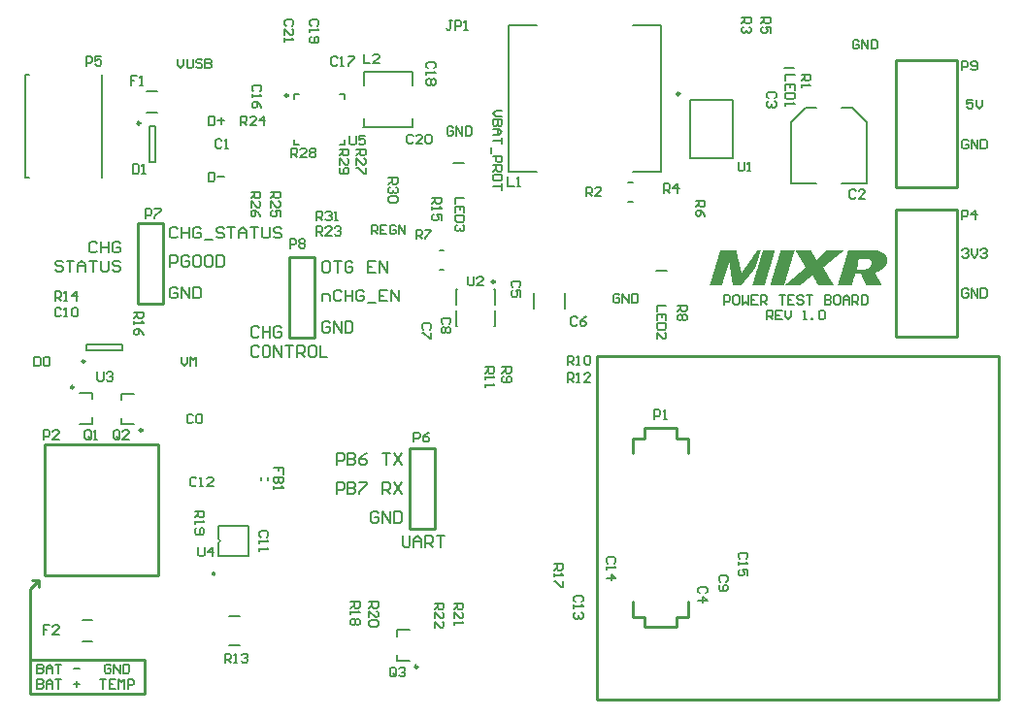
<source format=gto>
G04*
G04 #@! TF.GenerationSoftware,Altium Limited,Altium Designer,19.0.15 (446)*
G04*
G04 Layer_Color=65535*
%FSLAX25Y25*%
%MOIN*%
G70*
G01*
G75*
%ADD10C,0.00984*%
%ADD11C,0.00787*%
%ADD12C,0.01000*%
%ADD13C,0.00591*%
%ADD14C,0.00500*%
%ADD15C,0.00787*%
G36*
X281646Y154338D02*
X281577D01*
Y154269D01*
X281508D01*
Y154200D01*
X281439D01*
Y154131D01*
X281301D01*
Y154062D01*
X281232D01*
Y153993D01*
X281164D01*
Y153924D01*
X281095D01*
Y153855D01*
X281026D01*
Y153787D01*
X280888D01*
Y153718D01*
X280819D01*
Y153649D01*
X280750D01*
Y153580D01*
X280681D01*
Y153511D01*
X280612D01*
Y153442D01*
X280475D01*
Y153373D01*
X280406D01*
Y153304D01*
X280337D01*
Y153235D01*
X280268D01*
Y153167D01*
X280199D01*
Y153098D01*
X280062D01*
Y153029D01*
X279993D01*
Y152960D01*
X279924D01*
Y152891D01*
X279855D01*
Y152822D01*
X279786D01*
Y152753D01*
X279648D01*
Y152684D01*
X279579D01*
Y152616D01*
X279510D01*
Y152547D01*
X279442D01*
Y152478D01*
X279373D01*
Y152409D01*
X279235D01*
Y152340D01*
X279166D01*
Y152271D01*
X279097D01*
Y152202D01*
X279028D01*
Y152134D01*
X278959D01*
Y152065D01*
X278822D01*
Y151996D01*
X278753D01*
Y151927D01*
X278684D01*
Y151858D01*
X278615D01*
Y151789D01*
X278546D01*
Y151720D01*
X278409D01*
Y151651D01*
X278340D01*
Y151583D01*
X278271D01*
Y151514D01*
X278202D01*
Y151445D01*
X278133D01*
Y151376D01*
X277995D01*
Y151307D01*
X277926D01*
Y151238D01*
X277857D01*
Y151169D01*
X277789D01*
Y151100D01*
X277720D01*
Y151031D01*
X277582D01*
Y150963D01*
X277513D01*
Y150894D01*
X277444D01*
Y150825D01*
X277375D01*
Y150756D01*
X277306D01*
Y150687D01*
X277169D01*
Y150618D01*
X277100D01*
Y150549D01*
X277031D01*
Y150480D01*
X276962D01*
Y150412D01*
X276893D01*
Y150343D01*
X276755D01*
Y150274D01*
X276687D01*
Y150205D01*
X276618D01*
Y150136D01*
X276549D01*
Y150067D01*
X276480D01*
Y149998D01*
X276342D01*
Y149929D01*
X276273D01*
Y149861D01*
X276204D01*
Y149792D01*
X276135D01*
Y149723D01*
X276067D01*
Y149654D01*
X275929D01*
Y149585D01*
X275860D01*
Y149516D01*
X275791D01*
Y149447D01*
X275722D01*
Y149378D01*
X275653D01*
Y149310D01*
X275516D01*
Y149241D01*
X275447D01*
Y149172D01*
X275378D01*
Y149103D01*
X275309D01*
Y149034D01*
X275240D01*
Y148965D01*
X275102D01*
Y148896D01*
X275033D01*
Y148827D01*
X274965D01*
Y148758D01*
X274896D01*
Y148690D01*
X274827D01*
Y148621D01*
X274689D01*
Y148552D01*
X274620D01*
Y148483D01*
X274551D01*
Y148414D01*
X274482D01*
Y148345D01*
Y148276D01*
Y148207D01*
X274551D01*
Y148139D01*
X274620D01*
Y148070D01*
Y148001D01*
X274689D01*
Y147932D01*
Y147863D01*
X274758D01*
Y147794D01*
X274827D01*
Y147725D01*
Y147657D01*
X274896D01*
Y147588D01*
Y147519D01*
X274965D01*
Y147450D01*
X275033D01*
Y147381D01*
Y147312D01*
X275102D01*
Y147243D01*
Y147174D01*
X275171D01*
Y147106D01*
X275240D01*
Y147037D01*
Y146968D01*
X275309D01*
Y146899D01*
Y146830D01*
X275378D01*
Y146761D01*
Y146692D01*
X275447D01*
Y146623D01*
X275516D01*
Y146555D01*
Y146486D01*
X275585D01*
Y146417D01*
X275653D01*
Y146348D01*
Y146279D01*
X275722D01*
Y146210D01*
Y146141D01*
X275791D01*
Y146072D01*
X275860D01*
Y146003D01*
Y145935D01*
X275929D01*
Y145866D01*
Y145797D01*
X275998D01*
Y145728D01*
X276067D01*
Y145659D01*
Y145590D01*
X276135D01*
Y145521D01*
Y145452D01*
X276204D01*
Y145384D01*
X276273D01*
Y145315D01*
Y145246D01*
X276342D01*
Y145177D01*
Y145108D01*
X276411D01*
Y145039D01*
X276480D01*
Y144970D01*
Y144901D01*
X276549D01*
Y144833D01*
Y144764D01*
X276618D01*
Y144695D01*
Y144626D01*
X276687D01*
Y144557D01*
X276755D01*
Y144488D01*
Y144419D01*
X276824D01*
Y144350D01*
X276893D01*
Y144282D01*
Y144213D01*
X276962D01*
Y144144D01*
Y144075D01*
X277031D01*
Y144006D01*
X277100D01*
Y143937D01*
Y143868D01*
X277169D01*
Y143799D01*
Y143730D01*
X277238D01*
Y143662D01*
X277306D01*
Y143593D01*
Y143524D01*
X277375D01*
Y143455D01*
Y143386D01*
X277444D01*
Y143317D01*
Y143248D01*
X277513D01*
Y143180D01*
X277582D01*
Y143111D01*
Y143042D01*
X277651D01*
Y142973D01*
Y142904D01*
X277720D01*
Y142835D01*
X277789D01*
Y142766D01*
Y142697D01*
X277857D01*
Y142629D01*
X277926D01*
Y142560D01*
Y142491D01*
X277995D01*
Y142422D01*
Y142353D01*
X278064D01*
Y142284D01*
X272692D01*
Y142353D01*
X272623D01*
Y142422D01*
Y142491D01*
X272554D01*
Y142560D01*
Y142629D01*
X272485D01*
Y142697D01*
X272416D01*
Y142766D01*
Y142835D01*
X272347D01*
Y142904D01*
Y142973D01*
X272278D01*
Y143042D01*
Y143111D01*
X272210D01*
Y143180D01*
Y143248D01*
X272141D01*
Y143317D01*
Y143386D01*
X272072D01*
Y143455D01*
Y143524D01*
X272003D01*
Y143593D01*
Y143662D01*
X271934D01*
Y143730D01*
Y143799D01*
X271865D01*
Y143868D01*
Y143937D01*
X271796D01*
Y144006D01*
Y144075D01*
X271727D01*
Y144144D01*
X271659D01*
Y144213D01*
Y144282D01*
X271590D01*
Y144350D01*
Y144419D01*
X271521D01*
Y144488D01*
Y144557D01*
X271452D01*
Y144626D01*
Y144695D01*
X271383D01*
Y144764D01*
Y144833D01*
X271314D01*
Y144901D01*
Y144970D01*
X271245D01*
Y145039D01*
Y145108D01*
X271176D01*
Y145177D01*
Y145246D01*
X271108D01*
Y145315D01*
Y145384D01*
X271039D01*
Y145452D01*
Y145521D01*
X270970D01*
Y145590D01*
X270901D01*
Y145659D01*
Y145728D01*
X270694D01*
Y145659D01*
X270625D01*
Y145590D01*
X270556D01*
Y145521D01*
X270488D01*
Y145452D01*
X270350D01*
Y145384D01*
X270281D01*
Y145315D01*
X270212D01*
Y145246D01*
X270143D01*
Y145177D01*
X270074D01*
Y145108D01*
X269937D01*
Y145039D01*
X269868D01*
Y144970D01*
X269799D01*
Y144901D01*
X269730D01*
Y144833D01*
X269592D01*
Y144764D01*
X269523D01*
Y144695D01*
X269455D01*
Y144626D01*
X269386D01*
Y144557D01*
X269317D01*
Y144488D01*
X269179D01*
Y144419D01*
X269110D01*
Y144350D01*
X269041D01*
Y144282D01*
X268972D01*
Y144213D01*
X268835D01*
Y144144D01*
X268766D01*
Y144075D01*
X268697D01*
Y144006D01*
X268628D01*
Y143937D01*
X268559D01*
Y143868D01*
X268421D01*
Y143799D01*
X268353D01*
Y143730D01*
X268284D01*
Y143662D01*
X268215D01*
Y143593D01*
X268077D01*
Y143524D01*
X268008D01*
Y143455D01*
X267939D01*
Y143386D01*
X267870D01*
Y143317D01*
X267801D01*
Y143248D01*
X267664D01*
Y143180D01*
X267595D01*
Y143111D01*
X267526D01*
Y143042D01*
X267457D01*
Y142973D01*
X267319D01*
Y142904D01*
X267250D01*
Y142835D01*
X267182D01*
Y142766D01*
X267113D01*
Y142697D01*
X266975D01*
Y142629D01*
X266906D01*
Y142560D01*
X266837D01*
Y142491D01*
X266768D01*
Y142422D01*
X266699D01*
Y142353D01*
X266562D01*
Y142284D01*
X261189D01*
Y142353D01*
X261327D01*
Y142422D01*
X261396D01*
Y142491D01*
X261465D01*
Y142560D01*
X261534D01*
Y142629D01*
X261602D01*
Y142697D01*
X261740D01*
Y142766D01*
X261809D01*
Y142835D01*
X261878D01*
Y142904D01*
X261947D01*
Y142973D01*
X262016D01*
Y143042D01*
X262154D01*
Y143111D01*
X262222D01*
Y143180D01*
X262291D01*
Y143248D01*
X262360D01*
Y143317D01*
X262429D01*
Y143386D01*
X262567D01*
Y143455D01*
X262636D01*
Y143524D01*
X262705D01*
Y143593D01*
X262773D01*
Y143662D01*
X262842D01*
Y143730D01*
X262980D01*
Y143799D01*
X263049D01*
Y143868D01*
X263118D01*
Y143937D01*
X263187D01*
Y144006D01*
X263256D01*
Y144075D01*
X263393D01*
Y144144D01*
X263462D01*
Y144213D01*
X263531D01*
Y144282D01*
X263600D01*
Y144350D01*
X263669D01*
Y144419D01*
X263807D01*
Y144488D01*
X263876D01*
Y144557D01*
X263944D01*
Y144626D01*
X264013D01*
Y144695D01*
X264082D01*
Y144764D01*
X264220D01*
Y144833D01*
X264289D01*
Y144901D01*
X264358D01*
Y144970D01*
X264426D01*
Y145039D01*
X264495D01*
Y145108D01*
X264633D01*
Y145177D01*
X264702D01*
Y145246D01*
X264771D01*
Y145315D01*
X264840D01*
Y145384D01*
X264909D01*
Y145452D01*
X265046D01*
Y145521D01*
X265115D01*
Y145590D01*
X265184D01*
Y145659D01*
X265253D01*
Y145728D01*
X265322D01*
Y145797D01*
X265460D01*
Y145866D01*
X265528D01*
Y145935D01*
X265597D01*
Y146003D01*
X265666D01*
Y146072D01*
X265735D01*
Y146141D01*
X265873D01*
Y146210D01*
X265942D01*
Y146279D01*
X266011D01*
Y146348D01*
X266079D01*
Y146417D01*
X266148D01*
Y146486D01*
X266286D01*
Y146555D01*
X266355D01*
Y146623D01*
X266424D01*
Y146692D01*
X266493D01*
Y146761D01*
X266562D01*
Y146830D01*
X266699D01*
Y146899D01*
X266768D01*
Y146968D01*
X266837D01*
Y147037D01*
X266906D01*
Y147106D01*
X266975D01*
Y147174D01*
X267113D01*
Y147243D01*
X267182D01*
Y147312D01*
X267250D01*
Y147381D01*
X267319D01*
Y147450D01*
X267388D01*
Y147519D01*
X267526D01*
Y147588D01*
X267595D01*
Y147657D01*
X267664D01*
Y147725D01*
X267733D01*
Y147794D01*
X267801D01*
Y147863D01*
X267939D01*
Y147932D01*
X268008D01*
Y148001D01*
X268077D01*
Y148070D01*
X268146D01*
Y148139D01*
X268215D01*
Y148207D01*
X268353D01*
Y148276D01*
X268421D01*
Y148345D01*
Y148414D01*
X268353D01*
Y148483D01*
Y148552D01*
X268284D01*
Y148621D01*
Y148690D01*
X268215D01*
Y148758D01*
X268146D01*
Y148827D01*
Y148896D01*
X268077D01*
Y148965D01*
Y149034D01*
X268008D01*
Y149103D01*
X267939D01*
Y149172D01*
Y149241D01*
X267870D01*
Y149310D01*
Y149378D01*
X267801D01*
Y149447D01*
X267733D01*
Y149516D01*
Y149585D01*
X267664D01*
Y149654D01*
Y149723D01*
X267595D01*
Y149792D01*
X267526D01*
Y149861D01*
Y149929D01*
X267457D01*
Y149998D01*
X267388D01*
Y150067D01*
Y150136D01*
X267319D01*
Y150205D01*
Y150274D01*
X267250D01*
Y150343D01*
Y150412D01*
X267182D01*
Y150480D01*
X267113D01*
Y150549D01*
Y150618D01*
X267044D01*
Y150687D01*
Y150756D01*
X266975D01*
Y150825D01*
X266906D01*
Y150894D01*
Y150963D01*
X266837D01*
Y151031D01*
Y151100D01*
X266768D01*
Y151169D01*
X266699D01*
Y151238D01*
Y151307D01*
X266631D01*
Y151376D01*
Y151445D01*
X266562D01*
Y151514D01*
X266493D01*
Y151583D01*
Y151651D01*
X266424D01*
Y151720D01*
Y151789D01*
X266355D01*
Y151858D01*
X266286D01*
Y151927D01*
Y151996D01*
X266217D01*
Y152065D01*
X266148D01*
Y152134D01*
Y152202D01*
X266079D01*
Y152271D01*
Y152340D01*
X266011D01*
Y152409D01*
Y152478D01*
X265942D01*
Y152547D01*
X265873D01*
Y152616D01*
Y152684D01*
X265804D01*
Y152753D01*
Y152822D01*
X265735D01*
Y152891D01*
X265666D01*
Y152960D01*
Y153029D01*
X265597D01*
Y153098D01*
Y153167D01*
X265528D01*
Y153235D01*
X265460D01*
Y153304D01*
Y153373D01*
X265391D01*
Y153442D01*
Y153511D01*
X265322D01*
Y153580D01*
X265253D01*
Y153649D01*
Y153718D01*
X265184D01*
Y153787D01*
Y153855D01*
X265115D01*
Y153924D01*
X265046D01*
Y153993D01*
Y154062D01*
X264978D01*
Y154131D01*
Y154200D01*
X264909D01*
Y154269D01*
X264840D01*
Y154338D01*
Y154406D01*
X270212D01*
Y154338D01*
Y154269D01*
X270281D01*
Y154200D01*
X270350D01*
Y154131D01*
Y154062D01*
X270419D01*
Y153993D01*
Y153924D01*
X270488D01*
Y153855D01*
Y153787D01*
X270556D01*
Y153718D01*
Y153649D01*
X270625D01*
Y153580D01*
Y153511D01*
X270694D01*
Y153442D01*
Y153373D01*
X270763D01*
Y153304D01*
Y153235D01*
X270832D01*
Y153167D01*
Y153098D01*
X270901D01*
Y153029D01*
Y152960D01*
X270970D01*
Y152891D01*
X271039D01*
Y152822D01*
Y152753D01*
X271108D01*
Y152684D01*
Y152616D01*
X271176D01*
Y152547D01*
Y152478D01*
X271245D01*
Y152409D01*
Y152340D01*
X271314D01*
Y152271D01*
Y152202D01*
X271383D01*
Y152134D01*
Y152065D01*
X271452D01*
Y151996D01*
Y151927D01*
X271521D01*
Y151858D01*
Y151789D01*
X271590D01*
Y151720D01*
Y151651D01*
X271659D01*
Y151583D01*
X271727D01*
Y151514D01*
Y151445D01*
X271796D01*
Y151376D01*
Y151307D01*
X271865D01*
Y151238D01*
Y151169D01*
X271934D01*
Y151100D01*
Y151031D01*
X272003D01*
Y150963D01*
X272141D01*
Y151031D01*
X272210D01*
Y151100D01*
X272278D01*
Y151169D01*
X272347D01*
Y151238D01*
X272416D01*
Y151307D01*
X272485D01*
Y151376D01*
X272554D01*
Y151445D01*
X272623D01*
Y151514D01*
X272692D01*
Y151583D01*
X272829D01*
Y151651D01*
X272898D01*
Y151720D01*
X272967D01*
Y151789D01*
X273036D01*
Y151858D01*
X273105D01*
Y151927D01*
X273174D01*
Y151996D01*
X273243D01*
Y152065D01*
X273312D01*
Y152134D01*
X273380D01*
Y152202D01*
X273449D01*
Y152271D01*
X273518D01*
Y152340D01*
X273587D01*
Y152409D01*
X273656D01*
Y152478D01*
X273725D01*
Y152547D01*
X273794D01*
Y152616D01*
X273863D01*
Y152684D01*
X273932D01*
Y152753D01*
X274000D01*
Y152822D01*
X274069D01*
Y152891D01*
X274138D01*
Y152960D01*
X274276D01*
Y153029D01*
X274345D01*
Y153098D01*
X274414D01*
Y153167D01*
X274482D01*
Y153235D01*
X274551D01*
Y153304D01*
X274620D01*
Y153373D01*
X274689D01*
Y153442D01*
X274758D01*
Y153511D01*
X274827D01*
Y153580D01*
X274896D01*
Y153649D01*
X274965D01*
Y153718D01*
X275033D01*
Y153787D01*
X275102D01*
Y153855D01*
X275171D01*
Y153924D01*
X275240D01*
Y153993D01*
X275309D01*
Y154062D01*
X275378D01*
Y154131D01*
X275447D01*
Y154200D01*
X275516D01*
Y154269D01*
X275585D01*
Y154338D01*
X275653D01*
Y154406D01*
X281646D01*
Y154338D01*
D02*
G37*
G36*
X253062D02*
X252993D01*
Y154269D01*
Y154200D01*
Y154131D01*
X252924D01*
Y154062D01*
Y153993D01*
Y153924D01*
Y153855D01*
X252855D01*
Y153787D01*
Y153718D01*
Y153649D01*
X252786D01*
Y153580D01*
Y153511D01*
Y153442D01*
X252717D01*
Y153373D01*
Y153304D01*
Y153235D01*
X252648D01*
Y153167D01*
Y153098D01*
Y153029D01*
X252580D01*
Y152960D01*
Y152891D01*
Y152822D01*
X252511D01*
Y152753D01*
Y152684D01*
Y152616D01*
Y152547D01*
X252442D01*
Y152478D01*
Y152409D01*
Y152340D01*
X252373D01*
Y152271D01*
Y152202D01*
Y152134D01*
X252304D01*
Y152065D01*
Y151996D01*
Y151927D01*
X252235D01*
Y151858D01*
Y151789D01*
Y151720D01*
X252166D01*
Y151651D01*
Y151583D01*
Y151514D01*
Y151445D01*
X252098D01*
Y151376D01*
Y151307D01*
Y151238D01*
X252029D01*
Y151169D01*
Y151100D01*
Y151031D01*
X251960D01*
Y150963D01*
Y150894D01*
Y150825D01*
X251891D01*
Y150756D01*
Y150687D01*
Y150618D01*
X251822D01*
Y150549D01*
Y150480D01*
Y150412D01*
Y150343D01*
X251753D01*
Y150274D01*
Y150205D01*
Y150136D01*
X251684D01*
Y150067D01*
Y149998D01*
Y149929D01*
X251615D01*
Y149861D01*
Y149792D01*
Y149723D01*
X251547D01*
Y149654D01*
Y149585D01*
Y149516D01*
X251478D01*
Y149447D01*
Y149378D01*
Y149310D01*
X251409D01*
Y149241D01*
Y149172D01*
Y149103D01*
Y149034D01*
X251340D01*
Y148965D01*
Y148896D01*
Y148827D01*
X251271D01*
Y148758D01*
Y148690D01*
Y148621D01*
X251202D01*
Y148552D01*
Y148483D01*
Y148414D01*
Y148345D01*
X251133D01*
Y148276D01*
X251064D01*
Y148207D01*
X250995D01*
Y148139D01*
Y148070D01*
X250927D01*
Y148001D01*
X250858D01*
Y147932D01*
X250789D01*
Y147863D01*
X250720D01*
Y147794D01*
Y147725D01*
X250651D01*
Y147657D01*
X250582D01*
Y147588D01*
X250513D01*
Y147519D01*
X250445D01*
Y147450D01*
Y147381D01*
X250376D01*
Y147312D01*
X250307D01*
Y147243D01*
X250238D01*
Y147174D01*
Y147106D01*
X250169D01*
Y147037D01*
X250100D01*
Y146968D01*
X250031D01*
Y146899D01*
X249962D01*
Y146830D01*
Y146761D01*
X249893D01*
Y146692D01*
X249825D01*
Y146623D01*
X249756D01*
Y146555D01*
X249687D01*
Y146486D01*
Y146417D01*
X249618D01*
Y146348D01*
X249549D01*
Y146279D01*
X249480D01*
Y146210D01*
X249411D01*
Y146141D01*
Y146072D01*
X249342D01*
Y146003D01*
X249274D01*
Y145935D01*
X249205D01*
Y145866D01*
Y145797D01*
X249136D01*
Y145728D01*
X249067D01*
Y145659D01*
X248998D01*
Y145590D01*
X248929D01*
Y145521D01*
Y145452D01*
X248860D01*
Y145384D01*
X248791D01*
Y145315D01*
X248723D01*
Y145246D01*
X248654D01*
Y145177D01*
Y145108D01*
X248585D01*
Y145039D01*
X248516D01*
Y144970D01*
X248447D01*
Y144901D01*
Y144833D01*
X248378D01*
Y144764D01*
X248309D01*
Y144695D01*
X248240D01*
Y144626D01*
X248171D01*
Y144557D01*
Y144488D01*
X248103D01*
Y144419D01*
X248034D01*
Y144350D01*
X247965D01*
Y144282D01*
X247896D01*
Y144213D01*
Y144144D01*
X247827D01*
Y144075D01*
X247758D01*
Y144006D01*
X247689D01*
Y143937D01*
Y143868D01*
X247621D01*
Y143799D01*
X247552D01*
Y143730D01*
X247483D01*
Y143662D01*
X247414D01*
Y143593D01*
Y143524D01*
X247345D01*
Y143455D01*
X247276D01*
Y143386D01*
X247207D01*
Y143317D01*
X247138D01*
Y143248D01*
Y143180D01*
X247070D01*
Y143111D01*
X247001D01*
Y143042D01*
X246932D01*
Y142973D01*
Y142904D01*
X246863D01*
Y142835D01*
X246794D01*
Y142766D01*
X246725D01*
Y142697D01*
X246656D01*
Y142629D01*
Y142560D01*
X246587D01*
Y142491D01*
X246518D01*
Y142422D01*
X246450D01*
Y142353D01*
X246381D01*
Y142284D01*
X243350D01*
Y142353D01*
Y142422D01*
Y142491D01*
Y142560D01*
Y142629D01*
Y142697D01*
X243281D01*
Y142766D01*
Y142835D01*
Y142904D01*
Y142973D01*
Y143042D01*
Y143111D01*
Y143180D01*
X243212D01*
Y143248D01*
Y143317D01*
Y143386D01*
Y143455D01*
Y143524D01*
Y143593D01*
X243144D01*
Y143662D01*
Y143730D01*
Y143799D01*
Y143868D01*
Y143937D01*
Y144006D01*
X243075D01*
Y144075D01*
Y144144D01*
Y144213D01*
Y144282D01*
Y144350D01*
Y144419D01*
Y144488D01*
X243006D01*
Y144557D01*
Y144626D01*
Y144695D01*
Y144764D01*
Y144833D01*
Y144901D01*
X242937D01*
Y144970D01*
Y145039D01*
Y145108D01*
Y145177D01*
Y145246D01*
Y145315D01*
Y145384D01*
X242868D01*
Y145452D01*
Y145521D01*
Y145590D01*
Y145659D01*
Y145728D01*
Y145797D01*
X242799D01*
Y145866D01*
Y145935D01*
Y146003D01*
Y146072D01*
Y146141D01*
Y146210D01*
Y146279D01*
X242730D01*
Y146348D01*
Y146417D01*
Y146486D01*
Y146555D01*
Y146623D01*
Y146692D01*
X242661D01*
Y146761D01*
Y146830D01*
Y146899D01*
Y146968D01*
Y147037D01*
Y147106D01*
X242593D01*
Y147174D01*
Y147243D01*
Y147312D01*
Y147381D01*
Y147450D01*
Y147519D01*
Y147588D01*
X242524D01*
Y147657D01*
Y147725D01*
Y147794D01*
Y147863D01*
Y147932D01*
Y148001D01*
X242455D01*
Y148070D01*
Y148139D01*
Y148207D01*
Y148276D01*
Y148345D01*
Y148414D01*
Y148483D01*
X242386D01*
Y148552D01*
Y148621D01*
Y148690D01*
Y148758D01*
Y148827D01*
Y148896D01*
X242317D01*
Y148965D01*
Y149034D01*
Y149103D01*
Y149172D01*
Y149241D01*
Y149310D01*
Y149378D01*
X242248D01*
Y149447D01*
Y149516D01*
Y149585D01*
Y149654D01*
Y149723D01*
Y149792D01*
X242179D01*
Y149861D01*
Y149929D01*
Y149998D01*
Y150067D01*
Y150136D01*
X242041D01*
Y150067D01*
Y149998D01*
Y149929D01*
Y149861D01*
X241973D01*
Y149792D01*
Y149723D01*
Y149654D01*
X241904D01*
Y149585D01*
Y149516D01*
Y149447D01*
X241835D01*
Y149378D01*
Y149310D01*
Y149241D01*
X241766D01*
Y149172D01*
Y149103D01*
Y149034D01*
Y148965D01*
X241697D01*
Y148896D01*
Y148827D01*
Y148758D01*
X241628D01*
Y148690D01*
Y148621D01*
Y148552D01*
X241559D01*
Y148483D01*
Y148414D01*
Y148345D01*
X241491D01*
Y148276D01*
Y148207D01*
Y148139D01*
X241422D01*
Y148070D01*
Y148001D01*
Y147932D01*
Y147863D01*
X241353D01*
Y147794D01*
Y147725D01*
Y147657D01*
X241284D01*
Y147588D01*
Y147519D01*
Y147450D01*
X241215D01*
Y147381D01*
Y147312D01*
Y147243D01*
X241146D01*
Y147174D01*
Y147106D01*
Y147037D01*
Y146968D01*
X241077D01*
Y146899D01*
Y146830D01*
Y146761D01*
X241008D01*
Y146692D01*
Y146623D01*
Y146555D01*
X240939D01*
Y146486D01*
Y146417D01*
Y146348D01*
X240871D01*
Y146279D01*
Y146210D01*
Y146141D01*
X240802D01*
Y146072D01*
Y146003D01*
Y145935D01*
Y145866D01*
X240733D01*
Y145797D01*
Y145728D01*
Y145659D01*
X240664D01*
Y145590D01*
Y145521D01*
Y145452D01*
X240595D01*
Y145384D01*
Y145315D01*
Y145246D01*
X240526D01*
Y145177D01*
Y145108D01*
Y145039D01*
X240457D01*
Y144970D01*
Y144901D01*
Y144833D01*
Y144764D01*
X240388D01*
Y144695D01*
Y144626D01*
Y144557D01*
X240320D01*
Y144488D01*
Y144419D01*
Y144350D01*
X240251D01*
Y144282D01*
Y144213D01*
Y144144D01*
X240182D01*
Y144075D01*
Y144006D01*
Y143937D01*
Y143868D01*
X240113D01*
Y143799D01*
Y143730D01*
Y143662D01*
X240044D01*
Y143593D01*
Y143524D01*
Y143455D01*
X239975D01*
Y143386D01*
Y143317D01*
Y143248D01*
X239906D01*
Y143180D01*
Y143111D01*
Y143042D01*
X239838D01*
Y142973D01*
Y142904D01*
Y142835D01*
Y142766D01*
X239769D01*
Y142697D01*
Y142629D01*
Y142560D01*
X239700D01*
Y142491D01*
Y142422D01*
Y142353D01*
Y142284D01*
X235429D01*
Y142353D01*
X235498D01*
Y142422D01*
Y142491D01*
X235567D01*
Y142560D01*
Y142629D01*
Y142697D01*
X235636D01*
Y142766D01*
Y142835D01*
Y142904D01*
Y142973D01*
X235705D01*
Y143042D01*
Y143111D01*
Y143180D01*
X235774D01*
Y143248D01*
Y143317D01*
Y143386D01*
Y143455D01*
X235843D01*
Y143524D01*
Y143593D01*
Y143662D01*
X235911D01*
Y143730D01*
Y143799D01*
Y143868D01*
X235980D01*
Y143937D01*
Y144006D01*
Y144075D01*
Y144144D01*
X236049D01*
Y144213D01*
Y144282D01*
Y144350D01*
X236118D01*
Y144419D01*
Y144488D01*
Y144557D01*
X236187D01*
Y144626D01*
Y144695D01*
Y144764D01*
X236256D01*
Y144833D01*
Y144901D01*
Y144970D01*
Y145039D01*
X236325D01*
Y145108D01*
Y145177D01*
Y145246D01*
X236394D01*
Y145315D01*
Y145384D01*
Y145452D01*
Y145521D01*
X236462D01*
Y145590D01*
Y145659D01*
Y145728D01*
X236531D01*
Y145797D01*
Y145866D01*
Y145935D01*
X236600D01*
Y146003D01*
Y146072D01*
Y146141D01*
Y146210D01*
X236669D01*
Y146279D01*
Y146348D01*
Y146417D01*
X236738D01*
Y146486D01*
Y146555D01*
Y146623D01*
X236807D01*
Y146692D01*
Y146761D01*
Y146830D01*
Y146899D01*
X236876D01*
Y146968D01*
Y147037D01*
Y147106D01*
X236945D01*
Y147174D01*
Y147243D01*
Y147312D01*
X237014D01*
Y147381D01*
Y147450D01*
Y147519D01*
Y147588D01*
X237082D01*
Y147657D01*
Y147725D01*
Y147794D01*
X237151D01*
Y147863D01*
Y147932D01*
Y148001D01*
X237220D01*
Y148070D01*
Y148139D01*
Y148207D01*
Y148276D01*
X237289D01*
Y148345D01*
Y148414D01*
Y148483D01*
X237358D01*
Y148552D01*
Y148621D01*
Y148690D01*
X237427D01*
Y148758D01*
Y148827D01*
Y148896D01*
Y148965D01*
X237496D01*
Y149034D01*
Y149103D01*
Y149172D01*
X237564D01*
Y149241D01*
Y149310D01*
Y149378D01*
X237633D01*
Y149447D01*
Y149516D01*
Y149585D01*
Y149654D01*
X237702D01*
Y149723D01*
Y149792D01*
Y149861D01*
X237771D01*
Y149929D01*
Y149998D01*
Y150067D01*
X237840D01*
Y150136D01*
Y150205D01*
Y150274D01*
Y150343D01*
X237909D01*
Y150412D01*
Y150480D01*
Y150549D01*
X237978D01*
Y150618D01*
Y150687D01*
Y150756D01*
X238047D01*
Y150825D01*
Y150894D01*
Y150963D01*
Y151031D01*
X238116D01*
Y151100D01*
Y151169D01*
Y151238D01*
X238184D01*
Y151307D01*
Y151376D01*
Y151445D01*
X238253D01*
Y151514D01*
Y151583D01*
Y151651D01*
Y151720D01*
X238322D01*
Y151789D01*
Y151858D01*
Y151927D01*
X238391D01*
Y151996D01*
Y152065D01*
Y152134D01*
X238460D01*
Y152202D01*
Y152271D01*
Y152340D01*
Y152409D01*
X238529D01*
Y152478D01*
Y152547D01*
Y152616D01*
X238598D01*
Y152684D01*
Y152753D01*
Y152822D01*
X238667D01*
Y152891D01*
Y152960D01*
Y153029D01*
Y153098D01*
X238735D01*
Y153167D01*
Y153235D01*
Y153304D01*
X238804D01*
Y153373D01*
Y153442D01*
Y153511D01*
X238873D01*
Y153580D01*
Y153649D01*
Y153718D01*
Y153787D01*
X238942D01*
Y153855D01*
Y153924D01*
Y153993D01*
X239011D01*
Y154062D01*
Y154131D01*
Y154200D01*
X239080D01*
Y154269D01*
Y154338D01*
Y154406D01*
X244521D01*
Y154338D01*
Y154269D01*
X244590D01*
Y154200D01*
Y154131D01*
Y154062D01*
Y153993D01*
X244659D01*
Y153924D01*
Y153855D01*
Y153787D01*
Y153718D01*
X244728D01*
Y153649D01*
Y153580D01*
Y153511D01*
Y153442D01*
Y153373D01*
X244797D01*
Y153304D01*
Y153235D01*
Y153167D01*
Y153098D01*
X244865D01*
Y153029D01*
Y152960D01*
Y152891D01*
Y152822D01*
X244934D01*
Y152753D01*
Y152684D01*
Y152616D01*
Y152547D01*
X245003D01*
Y152478D01*
Y152409D01*
Y152340D01*
Y152271D01*
Y152202D01*
X245072D01*
Y152134D01*
Y152065D01*
Y151996D01*
Y151927D01*
X245141D01*
Y151858D01*
Y151789D01*
Y151720D01*
Y151651D01*
X245210D01*
Y151583D01*
Y151514D01*
Y151445D01*
Y151376D01*
Y151307D01*
X245279D01*
Y151238D01*
Y151169D01*
Y151100D01*
Y151031D01*
X245348D01*
Y150963D01*
Y150894D01*
Y150825D01*
Y150756D01*
X245416D01*
Y150687D01*
Y150618D01*
Y150549D01*
Y150480D01*
X245485D01*
Y150412D01*
Y150343D01*
Y150274D01*
Y150205D01*
Y150136D01*
X245554D01*
Y150067D01*
Y149998D01*
Y149929D01*
Y149861D01*
X245623D01*
Y149792D01*
Y149723D01*
Y149654D01*
Y149585D01*
X245692D01*
Y149516D01*
Y149447D01*
Y149378D01*
Y149310D01*
Y149241D01*
X245761D01*
Y149172D01*
Y149103D01*
Y149034D01*
Y148965D01*
X245830D01*
Y148896D01*
Y148827D01*
Y148758D01*
Y148690D01*
X245899D01*
Y148621D01*
Y148552D01*
Y148483D01*
Y148414D01*
X245968D01*
Y148345D01*
Y148276D01*
Y148207D01*
Y148139D01*
Y148070D01*
X246036D01*
Y148001D01*
Y147932D01*
Y147863D01*
Y147794D01*
X246105D01*
Y147725D01*
Y147657D01*
Y147588D01*
Y147519D01*
X246174D01*
Y147450D01*
Y147381D01*
Y147312D01*
Y147243D01*
Y147174D01*
X246243D01*
Y147106D01*
Y147037D01*
Y146968D01*
Y146899D01*
X246312D01*
Y146830D01*
Y146761D01*
Y146692D01*
Y146623D01*
Y146555D01*
X246450D01*
Y146623D01*
X246518D01*
Y146692D01*
Y146761D01*
X246587D01*
Y146830D01*
X246656D01*
Y146899D01*
Y146968D01*
X246725D01*
Y147037D01*
X246794D01*
Y147106D01*
Y147174D01*
X246863D01*
Y147243D01*
X246932D01*
Y147312D01*
X247001D01*
Y147381D01*
Y147450D01*
X247070D01*
Y147519D01*
X247138D01*
Y147588D01*
Y147657D01*
X247207D01*
Y147725D01*
X247276D01*
Y147794D01*
Y147863D01*
X247345D01*
Y147932D01*
X247414D01*
Y148001D01*
X247483D01*
Y148070D01*
Y148139D01*
X247552D01*
Y148207D01*
X247621D01*
Y148276D01*
Y148345D01*
X247689D01*
Y148414D01*
X247758D01*
Y148483D01*
Y148552D01*
X247827D01*
Y148621D01*
X247896D01*
Y148690D01*
X247965D01*
Y148758D01*
Y148827D01*
X248034D01*
Y148896D01*
X248103D01*
Y148965D01*
Y149034D01*
X248171D01*
Y149103D01*
X248240D01*
Y149172D01*
Y149241D01*
X248309D01*
Y149310D01*
X248378D01*
Y149378D01*
X248447D01*
Y149447D01*
Y149516D01*
X248516D01*
Y149585D01*
X248585D01*
Y149654D01*
Y149723D01*
X248654D01*
Y149792D01*
X248723D01*
Y149861D01*
Y149929D01*
X248791D01*
Y149998D01*
X248860D01*
Y150067D01*
X248929D01*
Y150136D01*
Y150205D01*
X248998D01*
Y150274D01*
X249067D01*
Y150343D01*
Y150412D01*
X249136D01*
Y150480D01*
X249205D01*
Y150549D01*
Y150618D01*
X249274D01*
Y150687D01*
X249342D01*
Y150756D01*
X249411D01*
Y150825D01*
Y150894D01*
X249480D01*
Y150963D01*
X249549D01*
Y151031D01*
Y151100D01*
X249618D01*
Y151169D01*
X249687D01*
Y151238D01*
Y151307D01*
X249756D01*
Y151376D01*
X249825D01*
Y151445D01*
X249893D01*
Y151514D01*
Y151583D01*
X249962D01*
Y151651D01*
X250031D01*
Y151720D01*
Y151789D01*
X250100D01*
Y151858D01*
X250169D01*
Y151927D01*
Y151996D01*
X250238D01*
Y152065D01*
X250307D01*
Y152134D01*
X250376D01*
Y152202D01*
Y152271D01*
X250445D01*
Y152340D01*
X250513D01*
Y152409D01*
Y152478D01*
X250582D01*
Y152547D01*
X250651D01*
Y152616D01*
Y152684D01*
X250720D01*
Y152753D01*
X250789D01*
Y152822D01*
X250858D01*
Y152891D01*
Y152960D01*
X250927D01*
Y153029D01*
X250995D01*
Y153098D01*
Y153167D01*
X251064D01*
Y153235D01*
X251133D01*
Y153304D01*
Y153373D01*
X251202D01*
Y153442D01*
X251271D01*
Y153511D01*
X251340D01*
Y153580D01*
Y153649D01*
X251409D01*
Y153718D01*
X251478D01*
Y153787D01*
Y153855D01*
X251547D01*
Y153924D01*
X251615D01*
Y153993D01*
Y154062D01*
X251684D01*
Y154131D01*
X251753D01*
Y154200D01*
X251822D01*
Y154269D01*
Y154338D01*
X251891D01*
Y154406D01*
X253062D01*
Y154338D01*
D02*
G37*
G36*
X291840D02*
X292459D01*
Y154269D01*
X292873D01*
Y154200D01*
X293148D01*
Y154131D01*
X293424D01*
Y154062D01*
X293630D01*
Y153993D01*
X293837D01*
Y153924D01*
X294043D01*
Y153855D01*
X294181D01*
Y153787D01*
X294388D01*
Y153718D01*
X294526D01*
Y153649D01*
X294663D01*
Y153580D01*
X294732D01*
Y153511D01*
X294870D01*
Y153442D01*
X295008D01*
Y153373D01*
X295077D01*
Y153304D01*
X295146D01*
Y153235D01*
X295283D01*
Y153167D01*
X295352D01*
Y153098D01*
X295421D01*
Y153029D01*
X295490D01*
Y152960D01*
X295559D01*
Y152891D01*
X295628D01*
Y152822D01*
X295696D01*
Y152753D01*
X295765D01*
Y152684D01*
X295834D01*
Y152616D01*
X295903D01*
Y152547D01*
Y152478D01*
X295972D01*
Y152409D01*
X296041D01*
Y152340D01*
Y152271D01*
X296110D01*
Y152202D01*
Y152134D01*
X296179D01*
Y152065D01*
Y151996D01*
X296248D01*
Y151927D01*
Y151858D01*
X296316D01*
Y151789D01*
Y151720D01*
Y151651D01*
Y151583D01*
X296385D01*
Y151514D01*
Y151445D01*
Y151376D01*
Y151307D01*
Y151238D01*
Y151169D01*
X296454D01*
Y151100D01*
Y151031D01*
Y150963D01*
Y150894D01*
Y150825D01*
Y150756D01*
Y150687D01*
X296385D01*
Y150618D01*
Y150549D01*
Y150480D01*
Y150412D01*
Y150343D01*
Y150274D01*
Y150205D01*
X296316D01*
Y150136D01*
Y150067D01*
Y149998D01*
Y149929D01*
X296248D01*
Y149861D01*
Y149792D01*
Y149723D01*
X296179D01*
Y149654D01*
Y149585D01*
X296110D01*
Y149516D01*
Y149447D01*
Y149378D01*
X296041D01*
Y149310D01*
Y149241D01*
X295972D01*
Y149172D01*
X295903D01*
Y149103D01*
Y149034D01*
X295834D01*
Y148965D01*
Y148896D01*
X295765D01*
Y148827D01*
X295696D01*
Y148758D01*
X295628D01*
Y148690D01*
Y148621D01*
X295559D01*
Y148552D01*
X295490D01*
Y148483D01*
X295421D01*
Y148414D01*
X295352D01*
Y148345D01*
X295283D01*
Y148276D01*
X295214D01*
Y148207D01*
X295146D01*
Y148139D01*
X295077D01*
Y148070D01*
X295008D01*
Y148001D01*
X294939D01*
Y147932D01*
X294801D01*
Y147863D01*
X294732D01*
Y147794D01*
X294663D01*
Y147725D01*
X294526D01*
Y147657D01*
X294457D01*
Y147588D01*
X294319D01*
Y147519D01*
X294181D01*
Y147450D01*
X294112D01*
Y147381D01*
X293975D01*
Y147312D01*
X293837D01*
Y147243D01*
X293699D01*
Y147174D01*
X293561D01*
Y147106D01*
X293424D01*
Y147037D01*
X293217D01*
Y146968D01*
X293079D01*
Y146899D01*
X292873D01*
Y146830D01*
X292666D01*
Y146761D01*
X292459D01*
Y146692D01*
X292184D01*
Y146623D01*
Y146555D01*
Y146486D01*
X292253D01*
Y146417D01*
Y146348D01*
X292322D01*
Y146279D01*
Y146210D01*
X292390D01*
Y146141D01*
X292459D01*
Y146072D01*
Y146003D01*
X292528D01*
Y145935D01*
Y145866D01*
X292597D01*
Y145797D01*
Y145728D01*
X292666D01*
Y145659D01*
Y145590D01*
X292735D01*
Y145521D01*
X292804D01*
Y145452D01*
Y145384D01*
X292873D01*
Y145315D01*
Y145246D01*
X292941D01*
Y145177D01*
Y145108D01*
X293010D01*
Y145039D01*
X293079D01*
Y144970D01*
Y144901D01*
X293148D01*
Y144833D01*
Y144764D01*
X293217D01*
Y144695D01*
Y144626D01*
X293286D01*
Y144557D01*
Y144488D01*
X293355D01*
Y144419D01*
X293424D01*
Y144350D01*
Y144282D01*
X293493D01*
Y144213D01*
Y144144D01*
X293561D01*
Y144075D01*
Y144006D01*
X293630D01*
Y143937D01*
X293699D01*
Y143868D01*
Y143799D01*
X293768D01*
Y143730D01*
Y143662D01*
X293837D01*
Y143593D01*
Y143524D01*
X293906D01*
Y143455D01*
Y143386D01*
X293975D01*
Y143317D01*
X294043D01*
Y143248D01*
Y143180D01*
X294112D01*
Y143111D01*
Y143042D01*
X294181D01*
Y142973D01*
Y142904D01*
X294250D01*
Y142835D01*
Y142766D01*
X294319D01*
Y142697D01*
X294388D01*
Y142629D01*
Y142560D01*
X294457D01*
Y142491D01*
Y142422D01*
X294526D01*
Y142353D01*
X294595D01*
Y142284D01*
X289153D01*
Y142353D01*
Y142422D01*
X289084D01*
Y142491D01*
Y142560D01*
X289016D01*
Y142629D01*
Y142697D01*
X288947D01*
Y142766D01*
Y142835D01*
X288878D01*
Y142904D01*
Y142973D01*
X288809D01*
Y143042D01*
Y143111D01*
Y143180D01*
X288740D01*
Y143248D01*
Y143317D01*
X288671D01*
Y143386D01*
Y143455D01*
X288602D01*
Y143524D01*
Y143593D01*
X288533D01*
Y143662D01*
Y143730D01*
X288464D01*
Y143799D01*
Y143868D01*
X288396D01*
Y143937D01*
Y144006D01*
X288327D01*
Y144075D01*
Y144144D01*
Y144213D01*
X288258D01*
Y144282D01*
Y144350D01*
X288189D01*
Y144419D01*
Y144488D01*
X288120D01*
Y144557D01*
Y144626D01*
X288051D01*
Y144695D01*
Y144764D01*
X287982D01*
Y144833D01*
Y144901D01*
X287913D01*
Y144970D01*
Y145039D01*
X287845D01*
Y145108D01*
Y145177D01*
Y145246D01*
X287776D01*
Y145315D01*
Y145384D01*
X287707D01*
Y145452D01*
Y145521D01*
X287638D01*
Y145590D01*
Y145659D01*
X287569D01*
Y145728D01*
Y145797D01*
X287500D01*
Y145866D01*
Y145935D01*
X287431D01*
Y146003D01*
Y146072D01*
X287363D01*
Y146141D01*
Y146210D01*
X285434D01*
Y146141D01*
Y146072D01*
X285365D01*
Y146003D01*
Y145935D01*
Y145866D01*
Y145797D01*
X285296D01*
Y145728D01*
Y145659D01*
Y145590D01*
X285227D01*
Y145521D01*
Y145452D01*
Y145384D01*
X285158D01*
Y145315D01*
Y145246D01*
Y145177D01*
X285089D01*
Y145108D01*
Y145039D01*
Y144970D01*
X285021D01*
Y144901D01*
Y144833D01*
Y144764D01*
Y144695D01*
X284952D01*
Y144626D01*
Y144557D01*
Y144488D01*
X284883D01*
Y144419D01*
Y144350D01*
Y144282D01*
X284814D01*
Y144213D01*
Y144144D01*
Y144075D01*
X284745D01*
Y144006D01*
Y143937D01*
Y143868D01*
Y143799D01*
X284676D01*
Y143730D01*
Y143662D01*
Y143593D01*
X284607D01*
Y143524D01*
Y143455D01*
Y143386D01*
X284539D01*
Y143317D01*
Y143248D01*
Y143180D01*
X284470D01*
Y143111D01*
Y143042D01*
Y142973D01*
X284401D01*
Y142904D01*
Y142835D01*
Y142766D01*
Y142697D01*
X284332D01*
Y142629D01*
Y142560D01*
Y142491D01*
X284263D01*
Y142422D01*
Y142353D01*
Y142284D01*
X279442D01*
Y142353D01*
Y142422D01*
X279510D01*
Y142491D01*
Y142560D01*
Y142629D01*
X279579D01*
Y142697D01*
Y142766D01*
Y142835D01*
X279648D01*
Y142904D01*
Y142973D01*
Y143042D01*
Y143111D01*
X279717D01*
Y143180D01*
Y143248D01*
Y143317D01*
X279786D01*
Y143386D01*
Y143455D01*
Y143524D01*
X279855D01*
Y143593D01*
Y143662D01*
Y143730D01*
Y143799D01*
X279924D01*
Y143868D01*
Y143937D01*
Y144006D01*
X279993D01*
Y144075D01*
Y144144D01*
Y144213D01*
X280062D01*
Y144282D01*
Y144350D01*
Y144419D01*
Y144488D01*
X280130D01*
Y144557D01*
Y144626D01*
Y144695D01*
X280199D01*
Y144764D01*
Y144833D01*
Y144901D01*
X280268D01*
Y144970D01*
Y145039D01*
Y145108D01*
Y145177D01*
X280337D01*
Y145246D01*
Y145315D01*
Y145384D01*
X280406D01*
Y145452D01*
Y145521D01*
Y145590D01*
X280475D01*
Y145659D01*
Y145728D01*
Y145797D01*
Y145866D01*
X280544D01*
Y145935D01*
Y146003D01*
Y146072D01*
X280612D01*
Y146141D01*
Y146210D01*
Y146279D01*
X280681D01*
Y146348D01*
Y146417D01*
Y146486D01*
Y146555D01*
X280750D01*
Y146623D01*
Y146692D01*
Y146761D01*
X280819D01*
Y146830D01*
Y146899D01*
Y146968D01*
Y147037D01*
X280888D01*
Y147106D01*
Y147174D01*
Y147243D01*
X280957D01*
Y147312D01*
Y147381D01*
Y147450D01*
X281026D01*
Y147519D01*
Y147588D01*
Y147657D01*
X281095D01*
Y147725D01*
Y147794D01*
Y147863D01*
Y147932D01*
X281164D01*
Y148001D01*
Y148070D01*
Y148139D01*
X281232D01*
Y148207D01*
Y148276D01*
Y148345D01*
X281301D01*
Y148414D01*
Y148483D01*
Y148552D01*
Y148621D01*
X281370D01*
Y148690D01*
Y148758D01*
Y148827D01*
X281439D01*
Y148896D01*
Y148965D01*
Y149034D01*
Y149103D01*
X281508D01*
Y149172D01*
Y149241D01*
Y149310D01*
X281577D01*
Y149378D01*
Y149447D01*
Y149516D01*
X281646D01*
Y149585D01*
Y149654D01*
Y149723D01*
X281715D01*
Y149792D01*
Y149861D01*
Y149929D01*
Y149998D01*
X281783D01*
Y150067D01*
Y150136D01*
Y150205D01*
X281852D01*
Y150274D01*
Y150343D01*
Y150412D01*
X281921D01*
Y150480D01*
Y150549D01*
Y150618D01*
Y150687D01*
X281990D01*
Y150756D01*
Y150825D01*
Y150894D01*
X282059D01*
Y150963D01*
Y151031D01*
Y151100D01*
X282128D01*
Y151169D01*
Y151238D01*
Y151307D01*
Y151376D01*
X282197D01*
Y151445D01*
Y151514D01*
Y151583D01*
X282266D01*
Y151651D01*
Y151720D01*
Y151789D01*
Y151858D01*
X282334D01*
Y151927D01*
Y151996D01*
Y152065D01*
X282403D01*
Y152134D01*
Y152202D01*
Y152271D01*
X282472D01*
Y152340D01*
Y152409D01*
Y152478D01*
X282541D01*
Y152547D01*
Y152616D01*
Y152684D01*
Y152753D01*
X282610D01*
Y152822D01*
Y152891D01*
Y152960D01*
X282679D01*
Y153029D01*
Y153098D01*
Y153167D01*
X282748D01*
Y153235D01*
Y153304D01*
Y153373D01*
Y153442D01*
X282817D01*
Y153511D01*
Y153580D01*
Y153649D01*
X282886D01*
Y153718D01*
Y153787D01*
Y153855D01*
Y153924D01*
X282954D01*
Y153993D01*
Y154062D01*
Y154131D01*
X283023D01*
Y154200D01*
Y154269D01*
Y154338D01*
Y154406D01*
X291840D01*
Y154338D01*
D02*
G37*
G36*
X264633D02*
Y154269D01*
Y154200D01*
X264564D01*
Y154131D01*
Y154062D01*
Y153993D01*
X264495D01*
Y153924D01*
Y153855D01*
Y153787D01*
Y153718D01*
X264426D01*
Y153649D01*
Y153580D01*
Y153511D01*
X264358D01*
Y153442D01*
Y153373D01*
Y153304D01*
X264289D01*
Y153235D01*
Y153167D01*
Y153098D01*
X264220D01*
Y153029D01*
Y152960D01*
Y152891D01*
Y152822D01*
X264151D01*
Y152753D01*
Y152684D01*
Y152616D01*
X264082D01*
Y152547D01*
Y152478D01*
Y152409D01*
X264013D01*
Y152340D01*
Y152271D01*
Y152202D01*
Y152134D01*
X263944D01*
Y152065D01*
Y151996D01*
Y151927D01*
X263876D01*
Y151858D01*
Y151789D01*
Y151720D01*
Y151651D01*
X263807D01*
Y151583D01*
Y151514D01*
Y151445D01*
X263738D01*
Y151376D01*
Y151307D01*
Y151238D01*
X263669D01*
Y151169D01*
Y151100D01*
Y151031D01*
X263600D01*
Y150963D01*
Y150894D01*
Y150825D01*
Y150756D01*
X263531D01*
Y150687D01*
Y150618D01*
Y150549D01*
X263462D01*
Y150480D01*
Y150412D01*
Y150343D01*
X263393D01*
Y150274D01*
Y150205D01*
Y150136D01*
Y150067D01*
X263324D01*
Y149998D01*
Y149929D01*
Y149861D01*
X263256D01*
Y149792D01*
Y149723D01*
Y149654D01*
X263187D01*
Y149585D01*
Y149516D01*
Y149447D01*
Y149378D01*
X263118D01*
Y149310D01*
Y149241D01*
Y149172D01*
X263049D01*
Y149103D01*
Y149034D01*
Y148965D01*
Y148896D01*
X262980D01*
Y148827D01*
Y148758D01*
Y148690D01*
X262911D01*
Y148621D01*
Y148552D01*
Y148483D01*
X262842D01*
Y148414D01*
Y148345D01*
Y148276D01*
X262773D01*
Y148207D01*
Y148139D01*
Y148070D01*
Y148001D01*
X262705D01*
Y147932D01*
Y147863D01*
Y147794D01*
X262636D01*
Y147725D01*
Y147657D01*
Y147588D01*
X262567D01*
Y147519D01*
Y147450D01*
Y147381D01*
Y147312D01*
X262498D01*
Y147243D01*
Y147174D01*
Y147106D01*
X262429D01*
Y147037D01*
Y146968D01*
Y146899D01*
Y146830D01*
X262360D01*
Y146761D01*
Y146692D01*
Y146623D01*
X262291D01*
Y146555D01*
Y146486D01*
Y146417D01*
X262222D01*
Y146348D01*
Y146279D01*
Y146210D01*
X262154D01*
Y146141D01*
Y146072D01*
Y146003D01*
Y145935D01*
X262085D01*
Y145866D01*
Y145797D01*
Y145728D01*
X262016D01*
Y145659D01*
Y145590D01*
Y145521D01*
X261947D01*
Y145452D01*
Y145384D01*
Y145315D01*
Y145246D01*
X261878D01*
Y145177D01*
Y145108D01*
Y145039D01*
X261809D01*
Y144970D01*
Y144901D01*
Y144833D01*
Y144764D01*
X261740D01*
Y144695D01*
Y144626D01*
Y144557D01*
X261671D01*
Y144488D01*
Y144419D01*
Y144350D01*
X261602D01*
Y144282D01*
Y144213D01*
Y144144D01*
Y144075D01*
X261534D01*
Y144006D01*
Y143937D01*
Y143868D01*
X261465D01*
Y143799D01*
Y143730D01*
Y143662D01*
X261396D01*
Y143593D01*
Y143524D01*
Y143455D01*
X261327D01*
Y143386D01*
Y143317D01*
Y143248D01*
Y143180D01*
X261258D01*
Y143111D01*
Y143042D01*
Y142973D01*
X261189D01*
Y142904D01*
Y142835D01*
Y142766D01*
Y142697D01*
X261120D01*
Y142629D01*
Y142560D01*
Y142491D01*
X261052D01*
Y142422D01*
Y142353D01*
Y142284D01*
X256230D01*
Y142353D01*
Y142422D01*
X256299D01*
Y142491D01*
Y142560D01*
Y142629D01*
X256368D01*
Y142697D01*
Y142766D01*
Y142835D01*
X256437D01*
Y142904D01*
Y142973D01*
Y143042D01*
Y143111D01*
X256506D01*
Y143180D01*
Y143248D01*
Y143317D01*
X256575D01*
Y143386D01*
Y143455D01*
Y143524D01*
X256643D01*
Y143593D01*
Y143662D01*
Y143730D01*
Y143799D01*
X256712D01*
Y143868D01*
Y143937D01*
Y144006D01*
X256781D01*
Y144075D01*
Y144144D01*
Y144213D01*
X256850D01*
Y144282D01*
Y144350D01*
Y144419D01*
Y144488D01*
X256919D01*
Y144557D01*
Y144626D01*
Y144695D01*
X256988D01*
Y144764D01*
Y144833D01*
Y144901D01*
X257057D01*
Y144970D01*
Y145039D01*
Y145108D01*
Y145177D01*
X257125D01*
Y145246D01*
Y145315D01*
Y145384D01*
X257194D01*
Y145452D01*
Y145521D01*
Y145590D01*
X257263D01*
Y145659D01*
Y145728D01*
Y145797D01*
Y145866D01*
X257332D01*
Y145935D01*
Y146003D01*
Y146072D01*
X257401D01*
Y146141D01*
Y146210D01*
Y146279D01*
X257470D01*
Y146348D01*
Y146417D01*
Y146486D01*
Y146555D01*
X257539D01*
Y146623D01*
Y146692D01*
Y146761D01*
X257608D01*
Y146830D01*
Y146899D01*
Y146968D01*
X257677D01*
Y147037D01*
Y147106D01*
Y147174D01*
Y147243D01*
X257745D01*
Y147312D01*
Y147381D01*
Y147450D01*
X257814D01*
Y147519D01*
Y147588D01*
Y147657D01*
X257883D01*
Y147725D01*
Y147794D01*
Y147863D01*
Y147932D01*
X257952D01*
Y148001D01*
Y148070D01*
Y148139D01*
X258021D01*
Y148207D01*
Y148276D01*
Y148345D01*
X258090D01*
Y148414D01*
Y148483D01*
Y148552D01*
Y148621D01*
X258159D01*
Y148690D01*
Y148758D01*
Y148827D01*
X258228D01*
Y148896D01*
Y148965D01*
Y149034D01*
X258296D01*
Y149103D01*
Y149172D01*
Y149241D01*
Y149310D01*
X258365D01*
Y149378D01*
Y149447D01*
Y149516D01*
X258434D01*
Y149585D01*
Y149654D01*
Y149723D01*
X258503D01*
Y149792D01*
Y149861D01*
Y149929D01*
Y149998D01*
X258572D01*
Y150067D01*
Y150136D01*
Y150205D01*
X258641D01*
Y150274D01*
Y150343D01*
Y150412D01*
X258710D01*
Y150480D01*
Y150549D01*
Y150618D01*
Y150687D01*
X258779D01*
Y150756D01*
Y150825D01*
Y150894D01*
X258847D01*
Y150963D01*
Y151031D01*
Y151100D01*
X258916D01*
Y151169D01*
Y151238D01*
Y151307D01*
Y151376D01*
X258985D01*
Y151445D01*
Y151514D01*
Y151583D01*
X259054D01*
Y151651D01*
Y151720D01*
Y151789D01*
X259123D01*
Y151858D01*
Y151927D01*
Y151996D01*
Y152065D01*
X259192D01*
Y152134D01*
Y152202D01*
Y152271D01*
X259261D01*
Y152340D01*
Y152409D01*
Y152478D01*
X259330D01*
Y152547D01*
Y152616D01*
Y152684D01*
Y152753D01*
X259399D01*
Y152822D01*
Y152891D01*
Y152960D01*
X259467D01*
Y153029D01*
Y153098D01*
Y153167D01*
X259536D01*
Y153235D01*
Y153304D01*
Y153373D01*
Y153442D01*
X259605D01*
Y153511D01*
Y153580D01*
Y153649D01*
X259674D01*
Y153718D01*
Y153787D01*
Y153855D01*
X259743D01*
Y153924D01*
Y153993D01*
Y154062D01*
Y154131D01*
X259812D01*
Y154200D01*
Y154269D01*
Y154338D01*
Y154406D01*
X264633D01*
Y154338D01*
D02*
G37*
G36*
X257952D02*
X257883D01*
Y154269D01*
Y154200D01*
Y154131D01*
X257814D01*
Y154062D01*
Y153993D01*
Y153924D01*
Y153855D01*
X257745D01*
Y153787D01*
Y153718D01*
Y153649D01*
X257677D01*
Y153580D01*
Y153511D01*
Y153442D01*
X257608D01*
Y153373D01*
Y153304D01*
Y153235D01*
Y153167D01*
X257539D01*
Y153098D01*
Y153029D01*
Y152960D01*
X257470D01*
Y152891D01*
Y152822D01*
Y152753D01*
X257401D01*
Y152684D01*
Y152616D01*
Y152547D01*
Y152478D01*
X257332D01*
Y152409D01*
Y152340D01*
Y152271D01*
X257263D01*
Y152202D01*
Y152134D01*
Y152065D01*
X257194D01*
Y151996D01*
Y151927D01*
Y151858D01*
Y151789D01*
X257125D01*
Y151720D01*
Y151651D01*
Y151583D01*
X257057D01*
Y151514D01*
Y151445D01*
Y151376D01*
X256988D01*
Y151307D01*
Y151238D01*
Y151169D01*
Y151100D01*
X256919D01*
Y151031D01*
Y150963D01*
Y150894D01*
X256850D01*
Y150825D01*
Y150756D01*
Y150687D01*
X256781D01*
Y150618D01*
Y150549D01*
Y150480D01*
Y150412D01*
X256712D01*
Y150343D01*
Y150274D01*
Y150205D01*
X256643D01*
Y150136D01*
Y150067D01*
Y149998D01*
X256575D01*
Y149929D01*
Y149861D01*
Y149792D01*
Y149723D01*
X256506D01*
Y149654D01*
Y149585D01*
Y149516D01*
X256437D01*
Y149447D01*
Y149378D01*
Y149310D01*
X256368D01*
Y149241D01*
Y149172D01*
Y149103D01*
Y149034D01*
X256299D01*
Y148965D01*
Y148896D01*
Y148827D01*
X256230D01*
Y148758D01*
Y148690D01*
Y148621D01*
X256161D01*
Y148552D01*
Y148483D01*
Y148414D01*
Y148345D01*
X256092D01*
Y148276D01*
Y148207D01*
Y148139D01*
X256024D01*
Y148070D01*
Y148001D01*
Y147932D01*
X255955D01*
Y147863D01*
Y147794D01*
Y147725D01*
Y147657D01*
X255886D01*
Y147588D01*
Y147519D01*
Y147450D01*
X255817D01*
Y147381D01*
Y147312D01*
Y147243D01*
X255748D01*
Y147174D01*
Y147106D01*
Y147037D01*
Y146968D01*
X255679D01*
Y146899D01*
Y146830D01*
Y146761D01*
X255610D01*
Y146692D01*
Y146623D01*
Y146555D01*
X255541D01*
Y146486D01*
Y146417D01*
Y146348D01*
Y146279D01*
X255472D01*
Y146210D01*
Y146141D01*
Y146072D01*
X255404D01*
Y146003D01*
Y145935D01*
Y145866D01*
X255335D01*
Y145797D01*
Y145728D01*
Y145659D01*
Y145590D01*
X255266D01*
Y145521D01*
Y145452D01*
Y145384D01*
X255197D01*
Y145315D01*
Y145246D01*
Y145177D01*
X255128D01*
Y145108D01*
Y145039D01*
Y144970D01*
Y144901D01*
X255059D01*
Y144833D01*
Y144764D01*
Y144695D01*
X254990D01*
Y144626D01*
Y144557D01*
Y144488D01*
X254922D01*
Y144419D01*
Y144350D01*
Y144282D01*
Y144213D01*
X254853D01*
Y144144D01*
Y144075D01*
Y144006D01*
X254784D01*
Y143937D01*
Y143868D01*
Y143799D01*
X254715D01*
Y143730D01*
Y143662D01*
Y143593D01*
Y143524D01*
X254646D01*
Y143455D01*
Y143386D01*
Y143317D01*
X254577D01*
Y143248D01*
Y143180D01*
Y143111D01*
X254508D01*
Y143042D01*
Y142973D01*
Y142904D01*
Y142835D01*
X254439D01*
Y142766D01*
Y142697D01*
Y142629D01*
X254370D01*
Y142560D01*
Y142491D01*
Y142422D01*
X254302D01*
Y142353D01*
Y142284D01*
X250100D01*
Y142353D01*
X250169D01*
Y142422D01*
Y142491D01*
Y142560D01*
X250238D01*
Y142629D01*
Y142697D01*
Y142766D01*
X250307D01*
Y142835D01*
Y142904D01*
Y142973D01*
Y143042D01*
X250376D01*
Y143111D01*
Y143180D01*
Y143248D01*
X250445D01*
Y143317D01*
Y143386D01*
Y143455D01*
X250513D01*
Y143524D01*
Y143593D01*
Y143662D01*
Y143730D01*
X250582D01*
Y143799D01*
Y143868D01*
Y143937D01*
X250651D01*
Y144006D01*
Y144075D01*
Y144144D01*
X250720D01*
Y144213D01*
Y144282D01*
Y144350D01*
X250789D01*
Y144419D01*
Y144488D01*
Y144557D01*
Y144626D01*
X250858D01*
Y144695D01*
Y144764D01*
Y144833D01*
X250927D01*
Y144901D01*
Y144970D01*
Y145039D01*
Y145108D01*
X250995D01*
Y145177D01*
Y145246D01*
Y145315D01*
X251064D01*
Y145384D01*
Y145452D01*
Y145521D01*
X251133D01*
Y145590D01*
Y145659D01*
Y145728D01*
Y145797D01*
X251202D01*
Y145866D01*
Y145935D01*
Y146003D01*
X251271D01*
Y146072D01*
Y146141D01*
Y146210D01*
X251340D01*
Y146279D01*
Y146348D01*
Y146417D01*
Y146486D01*
X251409D01*
Y146555D01*
Y146623D01*
Y146692D01*
X251478D01*
Y146761D01*
Y146830D01*
Y146899D01*
X251547D01*
Y146968D01*
Y147037D01*
Y147106D01*
Y147174D01*
X251615D01*
Y147243D01*
Y147312D01*
Y147381D01*
X251684D01*
Y147450D01*
Y147519D01*
Y147588D01*
X251753D01*
Y147657D01*
Y147725D01*
Y147794D01*
Y147863D01*
X251822D01*
Y147932D01*
Y148001D01*
Y148070D01*
X251891D01*
Y148139D01*
Y148207D01*
Y148276D01*
X251960D01*
Y148345D01*
Y148414D01*
Y148483D01*
Y148552D01*
X252029D01*
Y148621D01*
Y148690D01*
Y148758D01*
X252098D01*
Y148827D01*
Y148896D01*
Y148965D01*
X252166D01*
Y149034D01*
Y149103D01*
Y149172D01*
Y149241D01*
X252235D01*
Y149310D01*
Y149378D01*
Y149447D01*
X252304D01*
Y149516D01*
Y149585D01*
Y149654D01*
X252373D01*
Y149723D01*
Y149792D01*
Y149861D01*
Y149929D01*
X252442D01*
Y149998D01*
Y150067D01*
Y150136D01*
X252511D01*
Y150205D01*
Y150274D01*
Y150343D01*
X252580D01*
Y150412D01*
Y150480D01*
Y150549D01*
Y150618D01*
X252648D01*
Y150687D01*
Y150756D01*
Y150825D01*
X252717D01*
Y150894D01*
Y150963D01*
Y151031D01*
X252786D01*
Y151100D01*
Y151169D01*
Y151238D01*
Y151307D01*
X252855D01*
Y151376D01*
Y151445D01*
Y151514D01*
X252924D01*
Y151583D01*
Y151651D01*
Y151720D01*
X252993D01*
Y151789D01*
Y151858D01*
Y151927D01*
Y151996D01*
X253062D01*
Y152065D01*
Y152134D01*
Y152202D01*
X253131D01*
Y152271D01*
Y152340D01*
Y152409D01*
X253200D01*
Y152478D01*
Y152547D01*
Y152616D01*
Y152684D01*
X253268D01*
Y152753D01*
Y152822D01*
Y152891D01*
X253337D01*
Y152960D01*
Y153029D01*
Y153098D01*
X253406D01*
Y153167D01*
Y153235D01*
Y153304D01*
Y153373D01*
X253475D01*
Y153442D01*
Y153511D01*
Y153580D01*
X253544D01*
Y153649D01*
Y153718D01*
Y153787D01*
X253613D01*
Y153855D01*
Y153924D01*
Y153993D01*
Y154062D01*
X253682D01*
Y154131D01*
Y154200D01*
Y154269D01*
X253751D01*
Y154338D01*
Y154406D01*
X257952D01*
Y154338D01*
D02*
G37*
%LPC*%
G36*
X289704Y151445D02*
X286674D01*
Y151376D01*
Y151307D01*
X286605D01*
Y151238D01*
Y151169D01*
Y151100D01*
Y151031D01*
Y150963D01*
Y150894D01*
Y150825D01*
X286536D01*
Y150756D01*
Y150687D01*
Y150618D01*
Y150549D01*
Y150480D01*
X286467D01*
Y150412D01*
Y150343D01*
Y150274D01*
Y150205D01*
Y150136D01*
Y150067D01*
Y149998D01*
X286398D01*
Y149929D01*
Y149861D01*
Y149792D01*
Y149723D01*
Y149654D01*
X286329D01*
Y149585D01*
Y149516D01*
Y149447D01*
Y149378D01*
Y149310D01*
Y149241D01*
X286260D01*
Y149172D01*
Y149103D01*
Y149034D01*
Y148965D01*
Y148896D01*
Y148827D01*
Y148758D01*
X286192D01*
Y148690D01*
Y148621D01*
Y148552D01*
Y148483D01*
Y148414D01*
X286123D01*
Y148345D01*
Y148276D01*
Y148207D01*
Y148139D01*
Y148070D01*
Y148001D01*
Y147932D01*
X286054D01*
Y147863D01*
Y147794D01*
Y147725D01*
Y147657D01*
X288602D01*
Y147725D01*
X289153D01*
Y147794D01*
X289429D01*
Y147863D01*
X289635D01*
Y147932D01*
X289773D01*
Y148001D01*
X289911D01*
Y148070D01*
X290049D01*
Y148139D01*
X290118D01*
Y148207D01*
X290255D01*
Y148276D01*
X290324D01*
Y148345D01*
X290393D01*
Y148414D01*
X290462D01*
Y148483D01*
X290531D01*
Y148552D01*
X290600D01*
Y148621D01*
X290669D01*
Y148690D01*
Y148758D01*
X290737D01*
Y148827D01*
Y148896D01*
X290806D01*
Y148965D01*
X290875D01*
Y149034D01*
Y149103D01*
Y149172D01*
X290944D01*
Y149241D01*
Y149310D01*
Y149378D01*
X291013D01*
Y149447D01*
Y149516D01*
Y149585D01*
Y149654D01*
Y149723D01*
Y149792D01*
Y149861D01*
Y149929D01*
Y149998D01*
Y150067D01*
Y150136D01*
Y150205D01*
Y150274D01*
Y150343D01*
X290944D01*
Y150412D01*
Y150480D01*
Y150549D01*
X290875D01*
Y150618D01*
Y150687D01*
Y150756D01*
X290806D01*
Y150825D01*
X290737D01*
Y150894D01*
Y150963D01*
X290669D01*
Y151031D01*
X290600D01*
Y151100D01*
X290462D01*
Y151169D01*
X290393D01*
Y151238D01*
X290255D01*
Y151307D01*
X290049D01*
Y151376D01*
X289704D01*
Y151445D01*
D02*
G37*
%LPD*%
D10*
X90650Y207480D02*
G03*
X90650Y207480I-492J0D01*
G01*
X225098Y208071D02*
G03*
X225098Y208071I-492J0D01*
G01*
X20866Y116142D02*
G03*
X20866Y116142I-492J0D01*
G01*
X17028Y107283D02*
G03*
X17028Y107283I-492J0D01*
G01*
X40650Y92520D02*
G03*
X40650Y92520I-492J0D01*
G01*
X135138Y11220D02*
G03*
X135138Y11220I-492J0D01*
G01*
X161614Y143405D02*
G03*
X161614Y143405I-492J0D01*
G01*
X39862Y197933D02*
G03*
X39862Y197933I-492J0D01*
G01*
D11*
X66831Y53888D02*
G03*
X66831Y55167I0J640D01*
G01*
X42047Y201614D02*
X45591D01*
X42047Y208819D02*
X45591D01*
X92716Y190748D02*
X94390D01*
X92716D02*
Y192421D01*
X108366Y190748D02*
X110039D01*
Y192421D01*
Y206398D02*
Y208071D01*
X108366D02*
X110039D01*
X92716D02*
X94390D01*
X92716Y206398D02*
Y208071D01*
X228740Y186024D02*
X243307D01*
X228740Y206102D02*
X243307D01*
Y186024D02*
Y206102D01*
X228740Y186024D02*
Y206102D01*
X207382Y170965D02*
X208957D01*
X207382Y177461D02*
X208957D01*
X280610Y203346D02*
X284400D01*
X289370Y198376D01*
X263386D02*
X268356Y203346D01*
X272146D01*
X289370Y177362D02*
Y198376D01*
X280610Y177362D02*
X289370D01*
X263386D02*
X272146D01*
X263386D02*
Y198376D01*
X21457Y121850D02*
X33661D01*
X21457Y119882D02*
X33661D01*
Y121850D01*
X21457Y119882D02*
Y121850D01*
X23228Y94685D02*
Y96850D01*
X18898Y94685D02*
X23228D01*
Y103150D02*
Y105315D01*
X18898D02*
X23228D01*
X33465Y102953D02*
Y105118D01*
X37795D01*
X33465Y94488D02*
Y96653D01*
Y94488D02*
X37795D01*
X81299Y75394D02*
Y76181D01*
X83661Y75394D02*
Y76181D01*
X66831Y49350D02*
X77067D01*
Y59705D01*
X66831D02*
X77067D01*
X66831Y55167D02*
Y59705D01*
Y49350D02*
Y53888D01*
X20000Y20020D02*
X23543D01*
X20000Y27224D02*
X23543D01*
X70276Y28740D02*
X74213D01*
X70276Y18504D02*
X74213D01*
X127953Y21654D02*
Y23819D01*
X132283D01*
X127953Y13189D02*
Y15354D01*
Y13189D02*
X132283D01*
X175197Y134252D02*
Y139764D01*
X185827Y134252D02*
Y139764D01*
X161221Y140847D02*
X161713D01*
Y135630D02*
Y140847D01*
Y128248D02*
Y133465D01*
X161221Y128248D02*
X161713D01*
X148327D02*
X148819D01*
X148327D02*
Y133465D01*
Y140847D02*
X148819D01*
X148327Y135630D02*
Y140847D01*
X45079Y184646D02*
Y196850D01*
X43110Y184646D02*
Y196850D01*
Y184646D02*
X45079D01*
X43110Y196850D02*
X45079D01*
X142618Y147638D02*
X144193D01*
X142618Y154134D02*
X144193D01*
X116634Y210925D02*
Y215551D01*
X133366Y210925D02*
Y215551D01*
X116634Y196752D02*
Y199606D01*
X133366Y196752D02*
Y199606D01*
X116634Y215551D02*
X133366D01*
X116535Y196752D02*
X133268D01*
X25061Y156743D02*
X24405Y157399D01*
X23093D01*
X22437Y156743D01*
Y154119D01*
X23093Y153463D01*
X24405D01*
X25061Y154119D01*
X26373Y157399D02*
Y153463D01*
Y155431D01*
X28997D01*
Y157399D01*
Y153463D01*
X32932Y156743D02*
X32276Y157399D01*
X30965D01*
X30309Y156743D01*
Y154119D01*
X30965Y153463D01*
X32276D01*
X32932Y154119D01*
Y155431D01*
X31620D01*
X13254Y150130D02*
X12598Y150786D01*
X11286D01*
X10630Y150130D01*
Y149474D01*
X11286Y148818D01*
X12598D01*
X13254Y148162D01*
Y147506D01*
X12598Y146850D01*
X11286D01*
X10630Y147506D01*
X14566Y150786D02*
X17189D01*
X15878D01*
Y146850D01*
X18501D02*
Y149474D01*
X19813Y150786D01*
X21125Y149474D01*
Y146850D01*
Y148818D01*
X18501D01*
X22437Y150786D02*
X25061D01*
X23749D01*
Y146850D01*
X26373Y150786D02*
Y147506D01*
X27029Y146850D01*
X28341D01*
X28997Y147506D01*
Y150786D01*
X32932Y150130D02*
X32276Y150786D01*
X30965D01*
X30309Y150130D01*
Y149474D01*
X30965Y148818D01*
X32276D01*
X32932Y148162D01*
Y147506D01*
X32276Y146850D01*
X30965D01*
X30309Y147506D01*
X80577Y127609D02*
X79921Y128265D01*
X78609D01*
X77953Y127609D01*
Y124985D01*
X78609Y124329D01*
X79921D01*
X80577Y124985D01*
X81889Y128265D02*
Y124329D01*
Y126297D01*
X84512D01*
Y128265D01*
Y124329D01*
X88448Y127609D02*
X87792Y128265D01*
X86480D01*
X85824Y127609D01*
Y124985D01*
X86480Y124329D01*
X87792D01*
X88448Y124985D01*
Y126297D01*
X87136D01*
X80577Y120996D02*
X79921Y121652D01*
X78609D01*
X77953Y120996D01*
Y118372D01*
X78609Y117717D01*
X79921D01*
X80577Y118372D01*
X83856Y121652D02*
X82544D01*
X81889Y120996D01*
Y118372D01*
X82544Y117717D01*
X83856D01*
X84512Y118372D01*
Y120996D01*
X83856Y121652D01*
X85824Y117717D02*
Y121652D01*
X88448Y117717D01*
Y121652D01*
X89760D02*
X92384D01*
X91072D01*
Y117717D01*
X93696D02*
Y121652D01*
X95664D01*
X96320Y120996D01*
Y119684D01*
X95664Y119028D01*
X93696D01*
X95008D02*
X96320Y117717D01*
X99599Y121652D02*
X98287D01*
X97631Y120996D01*
Y118372D01*
X98287Y117717D01*
X99599D01*
X100255Y118372D01*
Y120996D01*
X99599Y121652D01*
X101567D02*
Y117717D01*
X104191D01*
X129921Y56298D02*
Y53018D01*
X130577Y52362D01*
X131889D01*
X132545Y53018D01*
Y56298D01*
X133857Y52362D02*
Y54986D01*
X135169Y56298D01*
X136481Y54986D01*
Y52362D01*
Y54330D01*
X133857D01*
X137793Y52362D02*
Y56298D01*
X139761D01*
X140417Y55642D01*
Y54330D01*
X139761Y53674D01*
X137793D01*
X139105D02*
X140417Y52362D01*
X141728Y56298D02*
X144352D01*
X143040D01*
Y52362D01*
X52821Y161744D02*
X52165Y162400D01*
X50853D01*
X50197Y161744D01*
Y159121D01*
X50853Y158465D01*
X52165D01*
X52821Y159121D01*
X54133Y162400D02*
Y158465D01*
Y160432D01*
X56756D01*
Y162400D01*
Y158465D01*
X60692Y161744D02*
X60036Y162400D01*
X58724D01*
X58068Y161744D01*
Y159121D01*
X58724Y158465D01*
X60036D01*
X60692Y159121D01*
Y160432D01*
X59380D01*
X62004Y157809D02*
X64628D01*
X68564Y161744D02*
X67908Y162400D01*
X66596D01*
X65940Y161744D01*
Y161088D01*
X66596Y160432D01*
X67908D01*
X68564Y159776D01*
Y159121D01*
X67908Y158465D01*
X66596D01*
X65940Y159121D01*
X69876Y162400D02*
X72499D01*
X71188D01*
Y158465D01*
X73811D02*
Y161088D01*
X75123Y162400D01*
X76435Y161088D01*
Y158465D01*
Y160432D01*
X73811D01*
X77747Y162400D02*
X80371D01*
X79059D01*
Y158465D01*
X81683Y162400D02*
Y159121D01*
X82339Y158465D01*
X83651D01*
X84307Y159121D01*
Y162400D01*
X88242Y161744D02*
X87586Y162400D01*
X86274D01*
X85619Y161744D01*
Y161088D01*
X86274Y160432D01*
X87586D01*
X88242Y159776D01*
Y159121D01*
X87586Y158465D01*
X86274D01*
X85619Y159121D01*
X50197Y148622D02*
Y152558D01*
X52165D01*
X52821Y151902D01*
Y150590D01*
X52165Y149934D01*
X50197D01*
X56756Y151902D02*
X56100Y152558D01*
X54789D01*
X54133Y151902D01*
Y149278D01*
X54789Y148622D01*
X56100D01*
X56756Y149278D01*
Y150590D01*
X55445D01*
X60036Y152558D02*
X58724D01*
X58068Y151902D01*
Y149278D01*
X58724Y148622D01*
X60036D01*
X60692Y149278D01*
Y151902D01*
X60036Y152558D01*
X63972D02*
X62660D01*
X62004Y151902D01*
Y149278D01*
X62660Y148622D01*
X63972D01*
X64628Y149278D01*
Y151902D01*
X63972Y152558D01*
X65940D02*
Y148622D01*
X67908D01*
X68564Y149278D01*
Y151902D01*
X67908Y152558D01*
X65940D01*
X52821Y141075D02*
X52165Y141731D01*
X50853D01*
X50197Y141075D01*
Y138451D01*
X50853Y137795D01*
X52165D01*
X52821Y138451D01*
Y139763D01*
X51509D01*
X54133Y137795D02*
Y141731D01*
X56756Y137795D01*
Y141731D01*
X58068D02*
Y137795D01*
X60036D01*
X60692Y138451D01*
Y141075D01*
X60036Y141731D01*
X58068D01*
X104330Y150589D02*
X103018D01*
X102362Y149933D01*
Y147310D01*
X103018Y146653D01*
X104330D01*
X104986Y147310D01*
Y149933D01*
X104330Y150589D01*
X106298D02*
X108922D01*
X107610D01*
Y146653D01*
X112857Y149933D02*
X112201Y150589D01*
X110890D01*
X110234Y149933D01*
Y147310D01*
X110890Y146653D01*
X112201D01*
X112857Y147310D01*
Y148621D01*
X111546D01*
X120729Y150589D02*
X118105D01*
Y146653D01*
X120729D01*
X118105Y148621D02*
X119417D01*
X122041Y146653D02*
Y150589D01*
X124665Y146653D01*
Y150589D01*
X102362Y136811D02*
Y139435D01*
X104330D01*
X104986Y138779D01*
Y136811D01*
X108922Y140091D02*
X108266Y140747D01*
X106954D01*
X106298Y140091D01*
Y137467D01*
X106954Y136811D01*
X108266D01*
X108922Y137467D01*
X110234Y140747D02*
Y136811D01*
Y138779D01*
X112857D01*
Y140747D01*
Y136811D01*
X116793Y140091D02*
X116137Y140747D01*
X114825D01*
X114169Y140091D01*
Y137467D01*
X114825Y136811D01*
X116137D01*
X116793Y137467D01*
Y138779D01*
X115481D01*
X118105Y136155D02*
X120729D01*
X124665Y140747D02*
X122041D01*
Y136811D01*
X124665D01*
X122041Y138779D02*
X123353D01*
X125977Y136811D02*
Y140747D01*
X128601Y136811D01*
Y140747D01*
X104986Y129264D02*
X104330Y129920D01*
X103018D01*
X102362Y129264D01*
Y126640D01*
X103018Y125984D01*
X104330D01*
X104986Y126640D01*
Y127952D01*
X103674D01*
X106298Y125984D02*
Y129920D01*
X108922Y125984D01*
Y129920D01*
X110234D02*
Y125984D01*
X112201D01*
X112857Y126640D01*
Y129264D01*
X112201Y129920D01*
X110234D01*
X121714Y63988D02*
X121058Y64644D01*
X119747D01*
X119091Y63988D01*
Y61365D01*
X119747Y60709D01*
X121058D01*
X121714Y61365D01*
Y62677D01*
X120403D01*
X123026Y60709D02*
Y64644D01*
X125650Y60709D01*
Y64644D01*
X126962D02*
Y60709D01*
X128930D01*
X129586Y61365D01*
Y63988D01*
X128930Y64644D01*
X126962D01*
X107283Y70709D02*
Y74644D01*
X109251D01*
X109907Y73988D01*
Y72676D01*
X109251Y72021D01*
X107283D01*
X111219Y74644D02*
Y70709D01*
X113187D01*
X113843Y71365D01*
Y72021D01*
X113187Y72676D01*
X111219D01*
X113187D01*
X113843Y73333D01*
Y73988D01*
X113187Y74644D01*
X111219D01*
X115155D02*
X117779D01*
Y73988D01*
X115155Y71365D01*
Y70709D01*
X123026D02*
Y74644D01*
X124994D01*
X125650Y73988D01*
Y72676D01*
X124994Y72021D01*
X123026D01*
X124338D02*
X125650Y70709D01*
X126962Y74644D02*
X129586Y70709D01*
Y74644D02*
X126962Y70709D01*
X107283Y80709D02*
Y84644D01*
X109251D01*
X109907Y83988D01*
Y82677D01*
X109251Y82021D01*
X107283D01*
X111219Y84644D02*
Y80709D01*
X113187D01*
X113843Y81365D01*
Y82021D01*
X113187Y82677D01*
X111219D01*
X113187D01*
X113843Y83333D01*
Y83988D01*
X113187Y84644D01*
X111219D01*
X117779D02*
X116467Y83988D01*
X115155Y82677D01*
Y81365D01*
X115811Y80709D01*
X117123D01*
X117779Y81365D01*
Y82021D01*
X117123Y82677D01*
X115155D01*
X123026Y84644D02*
X125650D01*
X124338D01*
Y80709D01*
X126962Y84644D02*
X129586Y80709D01*
Y84644D02*
X126962Y80709D01*
D12*
X65036Y43501D02*
G03*
X65110Y43510I74J-307D01*
G01*
X196850Y0D02*
Y118110D01*
Y0D02*
X334646D01*
X5118Y38583D02*
Y40945D01*
X2756D02*
X5118D01*
X1969Y37795D02*
X5118Y40945D01*
X1969Y37402D02*
Y37795D01*
Y13780D02*
Y37402D01*
Y13780D02*
X3937D01*
X1969Y1969D02*
Y13780D01*
Y1969D02*
X41339D01*
Y13780D01*
X3937D02*
X41339D01*
X141027Y58520D02*
Y58921D01*
Y86201D01*
X132445Y58520D02*
X141027D01*
X132445Y86201D02*
X141027D01*
X132445Y58520D02*
Y86201D01*
X46181Y42717D02*
Y87598D01*
X7008Y42717D02*
X46181D01*
X7008Y87598D02*
X46181D01*
X7008Y42717D02*
Y87598D01*
X320354Y124686D02*
Y139764D01*
X299488Y124686D02*
X320354D01*
X299488Y168286D02*
X320354D01*
X299488Y124686D02*
Y168286D01*
X320354Y135827D02*
Y168286D01*
Y175867D02*
Y190945D01*
X299488Y175867D02*
X320354D01*
X299488Y219467D02*
X320354D01*
X299488Y175867D02*
Y219467D01*
X320354Y187008D02*
Y219467D01*
X47721Y136079D02*
Y136480D01*
Y163760D01*
X39138Y136079D02*
X47721D01*
X39138Y163760D02*
X47721D01*
X39138Y136079D02*
Y163760D01*
X91106Y124268D02*
Y151949D01*
X99689D01*
X91106Y124268D02*
X99689D01*
Y124669D02*
Y151949D01*
Y124268D02*
Y124669D01*
X212992Y93307D02*
X224016D01*
Y89764D02*
X227953D01*
X212992D02*
Y93307D01*
X209055Y89764D02*
X212992D01*
X224016D02*
Y93307D01*
X212992Y24803D02*
Y28346D01*
X224016D02*
X227953D01*
X224016Y24803D02*
Y28346D01*
X209055D02*
X212992D01*
Y24803D02*
X224016D01*
X209055Y84646D02*
Y89764D01*
X227953Y84646D02*
Y89764D01*
X209055Y28346D02*
Y33465D01*
X227953Y28346D02*
Y33465D01*
X334646Y0D02*
Y118110D01*
X196850D02*
X334646D01*
D13*
X260956Y216895D02*
X264540D01*
X147468Y184384D02*
X151052D01*
X217153Y147332D02*
X220737D01*
X324279Y191797D02*
X323754Y192322D01*
X322705D01*
X322180Y191797D01*
Y189698D01*
X322705Y189173D01*
X323754D01*
X324279Y189698D01*
Y190747D01*
X323229D01*
X325328Y189173D02*
Y192322D01*
X327428Y189173D01*
Y192322D01*
X328477D02*
Y189173D01*
X330051D01*
X330576Y189698D01*
Y191797D01*
X330051Y192322D01*
X328477D01*
X322180Y154395D02*
X322705Y154920D01*
X323754D01*
X324279Y154395D01*
Y153871D01*
X323754Y153346D01*
X323229D01*
X323754D01*
X324279Y152821D01*
Y152296D01*
X323754Y151772D01*
X322705D01*
X322180Y152296D01*
X325328Y154920D02*
Y152821D01*
X326378Y151772D01*
X327428Y152821D01*
Y154920D01*
X328477Y154395D02*
X329002Y154920D01*
X330051D01*
X330576Y154395D01*
Y153871D01*
X330051Y153346D01*
X329526D01*
X330051D01*
X330576Y152821D01*
Y152296D01*
X330051Y151772D01*
X329002D01*
X328477Y152296D01*
X324279Y140616D02*
X323754Y141141D01*
X322705D01*
X322180Y140616D01*
Y138517D01*
X322705Y137992D01*
X323754D01*
X324279Y138517D01*
Y139566D01*
X323229D01*
X325328Y137992D02*
Y141141D01*
X327428Y137992D01*
Y141141D01*
X328477D02*
Y137992D01*
X330051D01*
X330576Y138517D01*
Y140616D01*
X330051Y141141D01*
X328477D01*
X325853Y206101D02*
X323754D01*
Y204527D01*
X324804Y205052D01*
X325328D01*
X325853Y204527D01*
Y203478D01*
X325328Y202953D01*
X324279D01*
X323754Y203478D01*
X326903Y206101D02*
Y204002D01*
X327952Y202953D01*
X329002Y204002D01*
Y206101D01*
X4464Y12084D02*
Y8936D01*
X6039D01*
X6563Y9460D01*
Y9985D01*
X6039Y10510D01*
X4464D01*
X6039D01*
X6563Y11035D01*
Y11560D01*
X6039Y12084D01*
X4464D01*
X7613Y8936D02*
Y11035D01*
X8662Y12084D01*
X9712Y11035D01*
Y8936D01*
Y10510D01*
X7613D01*
X10762Y12084D02*
X12861D01*
X11811D01*
Y8936D01*
X17059Y10510D02*
X19158D01*
X4464Y6889D02*
Y3740D01*
X6039D01*
X6563Y4265D01*
Y4790D01*
X6039Y5314D01*
X4464D01*
X6039D01*
X6563Y5839D01*
Y6364D01*
X6039Y6889D01*
X4464D01*
X7613Y3740D02*
Y5839D01*
X8662Y6889D01*
X9712Y5839D01*
Y3740D01*
Y5314D01*
X7613D01*
X10762Y6889D02*
X12861D01*
X11811D01*
Y3740D01*
X17059Y5314D02*
X19158D01*
X18108Y6364D02*
Y4265D01*
X29791Y11560D02*
X29266Y12084D01*
X28216D01*
X27692Y11560D01*
Y9460D01*
X28216Y8936D01*
X29266D01*
X29791Y9460D01*
Y10510D01*
X28741D01*
X30840Y8936D02*
Y12084D01*
X32939Y8936D01*
Y12084D01*
X33989D02*
Y8936D01*
X35563D01*
X36088Y9460D01*
Y11560D01*
X35563Y12084D01*
X33989D01*
X26117Y6889D02*
X28216D01*
X27167D01*
Y3740D01*
X31365Y6889D02*
X29266D01*
Y3740D01*
X31365D01*
X29266Y5314D02*
X30316D01*
X32414Y3740D02*
Y6889D01*
X33464Y5839D01*
X34514Y6889D01*
Y3740D01*
X35563D02*
Y6889D01*
X37137D01*
X37662Y6364D01*
Y5314D01*
X37137Y4790D01*
X35563D01*
X240354Y135707D02*
Y138856D01*
X241929D01*
X242453Y138331D01*
Y137282D01*
X241929Y136757D01*
X240354D01*
X245077Y138856D02*
X244028D01*
X243503Y138331D01*
Y136232D01*
X244028Y135707D01*
X245077D01*
X245602Y136232D01*
Y138331D01*
X245077Y138856D01*
X246652D02*
Y135707D01*
X247701Y136757D01*
X248751Y135707D01*
Y138856D01*
X251899D02*
X249800D01*
Y135707D01*
X251899D01*
X249800Y137282D02*
X250850D01*
X252949Y135707D02*
Y138856D01*
X254523D01*
X255048Y138331D01*
Y137282D01*
X254523Y136757D01*
X252949D01*
X253998D02*
X255048Y135707D01*
X259246Y138856D02*
X261345D01*
X260295D01*
Y135707D01*
X264493Y138856D02*
X262394D01*
Y135707D01*
X264493D01*
X262394Y137282D02*
X263444D01*
X267642Y138331D02*
X267117Y138856D01*
X266068D01*
X265543Y138331D01*
Y137806D01*
X266068Y137282D01*
X267117D01*
X267642Y136757D01*
Y136232D01*
X267117Y135707D01*
X266068D01*
X265543Y136232D01*
X268692Y138856D02*
X270791D01*
X269741D01*
Y135707D01*
X274989Y138856D02*
Y135707D01*
X276563D01*
X277088Y136232D01*
Y136757D01*
X276563Y137282D01*
X274989D01*
X276563D01*
X277088Y137806D01*
Y138331D01*
X276563Y138856D01*
X274989D01*
X279712D02*
X278662D01*
X278137Y138331D01*
Y136232D01*
X278662Y135707D01*
X279712D01*
X280237Y136232D01*
Y138331D01*
X279712Y138856D01*
X281286Y135707D02*
Y137806D01*
X282335Y138856D01*
X283385Y137806D01*
Y135707D01*
Y137282D01*
X281286D01*
X284435Y135707D02*
Y138856D01*
X286009D01*
X286534Y138331D01*
Y137282D01*
X286009Y136757D01*
X284435D01*
X285484D02*
X286534Y135707D01*
X287583Y138856D02*
Y135707D01*
X289158D01*
X289682Y136232D01*
Y138331D01*
X289158Y138856D01*
X287583D01*
X255048Y130512D02*
Y133660D01*
X256622D01*
X257147Y133136D01*
Y132086D01*
X256622Y131561D01*
X255048D01*
X256097D02*
X257147Y130512D01*
X260295Y133660D02*
X258196D01*
Y130512D01*
X260295D01*
X258196Y132086D02*
X259246D01*
X261345Y133660D02*
Y131561D01*
X262394Y130512D01*
X263444Y131561D01*
Y133660D01*
X267642Y130512D02*
X268692D01*
X268167D01*
Y133660D01*
X267642Y133136D01*
X270266Y130512D02*
Y131037D01*
X270791D01*
Y130512D01*
X270266D01*
X272890Y133136D02*
X273414Y133660D01*
X274464D01*
X274989Y133136D01*
Y131037D01*
X274464Y130512D01*
X273414D01*
X272890Y131037D01*
Y133136D01*
X147019Y233223D02*
X145969D01*
X146494D01*
Y230600D01*
X145969Y230075D01*
X145445D01*
X144920Y230600D01*
X148068Y230075D02*
Y233223D01*
X149643D01*
X150167Y232699D01*
Y231649D01*
X149643Y231124D01*
X148068D01*
X151217Y230075D02*
X152266D01*
X151742D01*
Y233223D01*
X151217Y232699D01*
X322047Y216142D02*
Y219290D01*
X323622D01*
X324146Y218766D01*
Y217716D01*
X323622Y217191D01*
X322047D01*
X325196Y216667D02*
X325721Y216142D01*
X326770D01*
X327295Y216667D01*
Y218766D01*
X326770Y219290D01*
X325721D01*
X325196Y218766D01*
Y218241D01*
X325721Y217716D01*
X327295D01*
X91220Y155075D02*
Y158223D01*
X92794D01*
X93319Y157699D01*
Y156649D01*
X92794Y156124D01*
X91220D01*
X94368Y157699D02*
X94893Y158223D01*
X95943D01*
X96467Y157699D01*
Y157174D01*
X95943Y156649D01*
X96467Y156124D01*
Y155600D01*
X95943Y155075D01*
X94893D01*
X94368Y155600D01*
Y156124D01*
X94893Y156649D01*
X94368Y157174D01*
Y157699D01*
X94893Y156649D02*
X95943D01*
X41732Y165354D02*
Y168503D01*
X43307D01*
X43831Y167978D01*
Y166929D01*
X43307Y166404D01*
X41732D01*
X44881Y168503D02*
X46980D01*
Y167978D01*
X44881Y165879D01*
Y165354D01*
X204461Y138844D02*
X203937Y139369D01*
X202887D01*
X202362Y138844D01*
Y136745D01*
X202887Y136221D01*
X203937D01*
X204461Y136745D01*
Y137795D01*
X203412D01*
X205511Y136221D02*
Y139369D01*
X207610Y136221D01*
Y139369D01*
X208659D02*
Y136221D01*
X210234D01*
X210758Y136745D01*
Y138844D01*
X210234Y139369D01*
X208659D01*
X147375Y196325D02*
X146850Y196849D01*
X145800D01*
X145276Y196325D01*
Y194226D01*
X145800Y193701D01*
X146850D01*
X147375Y194226D01*
Y195275D01*
X146325D01*
X148424Y193701D02*
Y196849D01*
X150523Y193701D01*
Y196849D01*
X151573D02*
Y193701D01*
X153147D01*
X153672Y194226D01*
Y196325D01*
X153147Y196849D01*
X151573D01*
X286719Y226099D02*
X286194Y226623D01*
X285144D01*
X284620Y226099D01*
Y224000D01*
X285144Y223475D01*
X286194D01*
X286719Y224000D01*
Y225049D01*
X285669D01*
X287768Y223475D02*
Y226623D01*
X289867Y223475D01*
Y226623D01*
X290917D02*
Y223475D01*
X292491D01*
X293016Y224000D01*
Y226099D01*
X292491Y226623D01*
X290917D01*
X52756Y220078D02*
Y217979D01*
X53805Y216929D01*
X54855Y217979D01*
Y220078D01*
X55905D02*
Y217454D01*
X56429Y216929D01*
X57479D01*
X58004Y217454D01*
Y220078D01*
X61152Y219553D02*
X60627Y220078D01*
X59578D01*
X59053Y219553D01*
Y219028D01*
X59578Y218503D01*
X60627D01*
X61152Y217979D01*
Y217454D01*
X60627Y216929D01*
X59578D01*
X59053Y217454D01*
X62202Y220078D02*
Y216929D01*
X63776D01*
X64301Y217454D01*
Y217979D01*
X63776Y218503D01*
X62202D01*
X63776D01*
X64301Y219028D01*
Y219553D01*
X63776Y220078D01*
X62202D01*
X53937Y117716D02*
Y115617D01*
X54987Y114567D01*
X56036Y115617D01*
Y117716D01*
X57086Y114567D02*
Y117716D01*
X58135Y116666D01*
X59185Y117716D01*
Y114567D01*
X164172Y202362D02*
X162073D01*
X161024Y201313D01*
X162073Y200263D01*
X164172D01*
Y199214D02*
X161024D01*
Y197639D01*
X161548Y197115D01*
X162073D01*
X162598Y197639D01*
Y199214D01*
Y197639D01*
X163123Y197115D01*
X163647D01*
X164172Y197639D01*
Y199214D01*
X161024Y196065D02*
X163123D01*
X164172Y195016D01*
X163123Y193966D01*
X161024D01*
X162598D01*
Y196065D01*
X164172Y192916D02*
Y190817D01*
Y191867D01*
X161024D01*
X160499Y189768D02*
Y187669D01*
X161024Y186619D02*
X164172D01*
Y185045D01*
X163647Y184520D01*
X162598D01*
X162073Y185045D01*
Y186619D01*
X161024Y183471D02*
X164172D01*
Y181896D01*
X163647Y181372D01*
X162598D01*
X162073Y181896D01*
Y183471D01*
Y182421D02*
X161024Y181372D01*
X164172Y178748D02*
Y179797D01*
X163647Y180322D01*
X161548D01*
X161024Y179797D01*
Y178748D01*
X161548Y178223D01*
X163647D01*
X164172Y178748D01*
Y177173D02*
Y175074D01*
Y176124D01*
X161024D01*
X111811Y193700D02*
Y191076D01*
X112336Y190551D01*
X113385D01*
X113910Y191076D01*
Y193700D01*
X117059D02*
X114960D01*
Y192125D01*
X116009Y192650D01*
X116534D01*
X117059Y192125D01*
Y191076D01*
X116534Y190551D01*
X115484D01*
X114960Y191076D01*
X59842Y52361D02*
Y49737D01*
X60367Y49213D01*
X61417D01*
X61942Y49737D01*
Y52361D01*
X64565Y49213D02*
Y52361D01*
X62991Y50787D01*
X65090D01*
X25197Y112597D02*
Y109974D01*
X25722Y109449D01*
X26771D01*
X27296Y109974D01*
Y112597D01*
X28345Y112073D02*
X28870Y112597D01*
X29920D01*
X30444Y112073D01*
Y111548D01*
X29920Y111023D01*
X29395D01*
X29920D01*
X30444Y110498D01*
Y109974D01*
X29920Y109449D01*
X28870D01*
X28345Y109974D01*
X152362Y145275D02*
Y142651D01*
X152887Y142126D01*
X153937D01*
X154461Y142651D01*
Y145275D01*
X157610Y142126D02*
X155511D01*
X157610Y144225D01*
Y144750D01*
X157085Y145275D01*
X156036D01*
X155511Y144750D01*
X245276Y184645D02*
Y182021D01*
X245800Y181496D01*
X246850D01*
X247375Y182021D01*
Y184645D01*
X248424Y181496D02*
X249474D01*
X248949D01*
Y184645D01*
X248424Y184120D01*
X119291Y159843D02*
Y162991D01*
X120866D01*
X121390Y162466D01*
Y161417D01*
X120866Y160892D01*
X119291D01*
X120341D02*
X121390Y159843D01*
X124539Y162991D02*
X122440D01*
Y159843D01*
X124539D01*
X122440Y161417D02*
X123489D01*
X127688Y162466D02*
X127163Y162991D01*
X126113D01*
X125589Y162466D01*
Y160367D01*
X126113Y159843D01*
X127163D01*
X127688Y160367D01*
Y161417D01*
X126638D01*
X128737Y159843D02*
Y162991D01*
X130836Y159843D01*
Y162991D01*
X100394Y164567D02*
Y167716D01*
X101968D01*
X102493Y167191D01*
Y166141D01*
X101968Y165617D01*
X100394D01*
X101443D02*
X102493Y164567D01*
X103542Y167191D02*
X104067Y167716D01*
X105117D01*
X105641Y167191D01*
Y166666D01*
X105117Y166141D01*
X104592D01*
X105117D01*
X105641Y165617D01*
Y165092D01*
X105117Y164567D01*
X104067D01*
X103542Y165092D01*
X106691Y164567D02*
X107740D01*
X107216D01*
Y167716D01*
X106691Y167191D01*
X125197Y179134D02*
X128345D01*
Y177560D01*
X127821Y177035D01*
X126771D01*
X126246Y177560D01*
Y179134D01*
Y178084D02*
X125197Y177035D01*
X127821Y175985D02*
X128345Y175461D01*
Y174411D01*
X127821Y173886D01*
X127296D01*
X126771Y174411D01*
Y174936D01*
Y174411D01*
X126246Y173886D01*
X125722D01*
X125197Y174411D01*
Y175461D01*
X125722Y175985D01*
X127821Y172837D02*
X128345Y172312D01*
Y171262D01*
X127821Y170738D01*
X125722D01*
X125197Y171262D01*
Y172312D01*
X125722Y172837D01*
X127821D01*
X108268Y188976D02*
X111416D01*
Y187402D01*
X110892Y186877D01*
X109842D01*
X109317Y187402D01*
Y188976D01*
Y187927D02*
X108268Y186877D01*
Y183729D02*
Y185828D01*
X110367Y183729D01*
X110892D01*
X111416Y184254D01*
Y185303D01*
X110892Y185828D01*
X108792Y182679D02*
X108268Y182154D01*
Y181105D01*
X108792Y180580D01*
X110892D01*
X111416Y181105D01*
Y182154D01*
X110892Y182679D01*
X110367D01*
X109842Y182154D01*
Y180580D01*
X91732Y186221D02*
Y189369D01*
X93307D01*
X93831Y188844D01*
Y187795D01*
X93307Y187270D01*
X91732D01*
X92782D02*
X93831Y186221D01*
X96980D02*
X94881D01*
X96980Y188320D01*
Y188844D01*
X96455Y189369D01*
X95406D01*
X94881Y188844D01*
X98030D02*
X98554Y189369D01*
X99604D01*
X100128Y188844D01*
Y188320D01*
X99604Y187795D01*
X100128Y187270D01*
Y186745D01*
X99604Y186221D01*
X98554D01*
X98030Y186745D01*
Y187270D01*
X98554Y187795D01*
X98030Y188320D01*
Y188844D01*
X98554Y187795D02*
X99604D01*
X114173Y188976D02*
X117322D01*
Y187402D01*
X116797Y186877D01*
X115747D01*
X115223Y187402D01*
Y188976D01*
Y187927D02*
X114173Y186877D01*
Y183729D02*
Y185828D01*
X116272Y183729D01*
X116797D01*
X117322Y184254D01*
Y185303D01*
X116797Y185828D01*
X117322Y182679D02*
Y180580D01*
X116797D01*
X114698Y182679D01*
X114173D01*
X77953Y174317D02*
X81101D01*
Y172743D01*
X80577Y172218D01*
X79527D01*
X79002Y172743D01*
Y174317D01*
Y173267D02*
X77953Y172218D01*
Y169069D02*
Y171168D01*
X80052Y169069D01*
X80577D01*
X81101Y169594D01*
Y170644D01*
X80577Y171168D01*
X81101Y165921D02*
X80577Y166970D01*
X79527Y168020D01*
X78478D01*
X77953Y167495D01*
Y166446D01*
X78478Y165921D01*
X79002D01*
X79527Y166446D01*
Y168020D01*
X84749Y174317D02*
X87897D01*
Y172743D01*
X87372Y172218D01*
X86323D01*
X85798Y172743D01*
Y174317D01*
Y173267D02*
X84749Y172218D01*
Y169069D02*
Y171168D01*
X86848Y169069D01*
X87372D01*
X87897Y169594D01*
Y170644D01*
X87372Y171168D01*
X87897Y165921D02*
Y168020D01*
X86323D01*
X86848Y166970D01*
Y166446D01*
X86323Y165921D01*
X85273D01*
X84749Y166446D01*
Y167495D01*
X85273Y168020D01*
X74410Y197244D02*
Y200393D01*
X75984D01*
X76508Y199868D01*
Y198818D01*
X75984Y198294D01*
X74410D01*
X75459D02*
X76508Y197244D01*
X79657D02*
X77558D01*
X79657Y199343D01*
Y199868D01*
X79132Y200393D01*
X78083D01*
X77558Y199868D01*
X82281Y197244D02*
Y200393D01*
X80707Y198818D01*
X82806D01*
X100394Y159449D02*
Y162597D01*
X101968D01*
X102493Y162073D01*
Y161023D01*
X101968Y160498D01*
X100394D01*
X101443D02*
X102493Y159449D01*
X105641D02*
X103542D01*
X105641Y161548D01*
Y162073D01*
X105117Y162597D01*
X104067D01*
X103542Y162073D01*
X106691D02*
X107216Y162597D01*
X108265D01*
X108790Y162073D01*
Y161548D01*
X108265Y161023D01*
X107740D01*
X108265D01*
X108790Y160498D01*
Y159974D01*
X108265Y159449D01*
X107216D01*
X106691Y159974D01*
X140945Y33071D02*
X144094D01*
Y31497D01*
X143569Y30972D01*
X142519D01*
X141994Y31497D01*
Y33071D01*
Y32021D02*
X140945Y30972D01*
Y27823D02*
Y29922D01*
X143044Y27823D01*
X143569D01*
X144094Y28348D01*
Y29397D01*
X143569Y29922D01*
X140945Y24675D02*
Y26774D01*
X143044Y24675D01*
X143569D01*
X144094Y25199D01*
Y26249D01*
X143569Y26774D01*
X147638Y33071D02*
X150786D01*
Y31497D01*
X150262Y30972D01*
X149212D01*
X148687Y31497D01*
Y33071D01*
Y32021D02*
X147638Y30972D01*
Y27823D02*
Y29922D01*
X149737Y27823D01*
X150262D01*
X150786Y28348D01*
Y29397D01*
X150262Y29922D01*
X147638Y26774D02*
Y25724D01*
Y26249D01*
X150786D01*
X150262Y26774D01*
X118504Y33465D02*
X121652D01*
Y31890D01*
X121128Y31365D01*
X120078D01*
X119553Y31890D01*
Y33465D01*
Y32415D02*
X118504Y31365D01*
Y28217D02*
Y30316D01*
X120603Y28217D01*
X121128D01*
X121652Y28742D01*
Y29791D01*
X121128Y30316D01*
Y27167D02*
X121652Y26643D01*
Y25593D01*
X121128Y25068D01*
X119029D01*
X118504Y25593D01*
Y26643D01*
X119029Y27167D01*
X121128D01*
X58661Y64567D02*
X61810D01*
Y62993D01*
X61285Y62468D01*
X60236D01*
X59711Y62993D01*
Y64567D01*
Y63517D02*
X58661Y62468D01*
Y61418D02*
Y60369D01*
Y60894D01*
X61810D01*
X61285Y61418D01*
X59186Y58794D02*
X58661Y58270D01*
Y57220D01*
X59186Y56695D01*
X61285D01*
X61810Y57220D01*
Y58270D01*
X61285Y58794D01*
X60760D01*
X60236Y58270D01*
Y56695D01*
X112205Y33465D02*
X115353D01*
Y31890D01*
X114829Y31365D01*
X113779D01*
X113254Y31890D01*
Y33465D01*
Y32415D02*
X112205Y31365D01*
Y30316D02*
Y29266D01*
Y29791D01*
X115353D01*
X114829Y30316D01*
Y27692D02*
X115353Y27167D01*
Y26118D01*
X114829Y25593D01*
X114304D01*
X113779Y26118D01*
X113254Y25593D01*
X112730D01*
X112205Y26118D01*
Y27167D01*
X112730Y27692D01*
X113254D01*
X113779Y27167D01*
X114304Y27692D01*
X114829D01*
X113779Y27167D02*
Y26118D01*
X181890Y46457D02*
X185038D01*
Y44882D01*
X184514Y44358D01*
X183464D01*
X182939Y44882D01*
Y46457D01*
Y45407D02*
X181890Y44358D01*
Y43308D02*
Y42259D01*
Y42783D01*
X185038D01*
X184514Y43308D01*
X185038Y40684D02*
Y38585D01*
X184514D01*
X182414Y40684D01*
X181890D01*
X37795Y133071D02*
X40944D01*
Y131497D01*
X40419Y130972D01*
X39370D01*
X38845Y131497D01*
Y133071D01*
Y132021D02*
X37795Y130972D01*
Y129922D02*
Y128873D01*
Y129397D01*
X40944D01*
X40419Y129922D01*
X40944Y125199D02*
X40419Y126249D01*
X39370Y127298D01*
X38320D01*
X37795Y126774D01*
Y125724D01*
X38320Y125199D01*
X38845D01*
X39370Y125724D01*
Y127298D01*
X140157Y172441D02*
X143306D01*
Y170867D01*
X142781Y170342D01*
X141732D01*
X141207Y170867D01*
Y172441D01*
Y171391D02*
X140157Y170342D01*
Y169292D02*
Y168243D01*
Y168768D01*
X143306D01*
X142781Y169292D01*
X143306Y164569D02*
Y166668D01*
X141732D01*
X142256Y165619D01*
Y165094D01*
X141732Y164569D01*
X140682D01*
X140157Y165094D01*
Y166144D01*
X140682Y166668D01*
X10630Y137008D02*
Y140156D01*
X12204D01*
X12729Y139632D01*
Y138582D01*
X12204Y138057D01*
X10630D01*
X11679D02*
X12729Y137008D01*
X13779D02*
X14828D01*
X14303D01*
Y140156D01*
X13779Y139632D01*
X17977Y137008D02*
Y140156D01*
X16402Y138582D01*
X18501D01*
X68898Y12598D02*
Y15747D01*
X70472D01*
X70997Y15222D01*
Y14173D01*
X70472Y13648D01*
X68898D01*
X69947D02*
X70997Y12598D01*
X72046D02*
X73096D01*
X72571D01*
Y15747D01*
X72046Y15222D01*
X74670D02*
X75195Y15747D01*
X76244D01*
X76769Y15222D01*
Y14697D01*
X76244Y14173D01*
X75720D01*
X76244D01*
X76769Y13648D01*
Y13123D01*
X76244Y12598D01*
X75195D01*
X74670Y13123D01*
X186614Y109055D02*
Y112204D01*
X188189D01*
X188713Y111679D01*
Y110629D01*
X188189Y110105D01*
X186614D01*
X187664D02*
X188713Y109055D01*
X189763D02*
X190812D01*
X190287D01*
Y112204D01*
X189763Y111679D01*
X194486Y109055D02*
X192387D01*
X194486Y111154D01*
Y111679D01*
X193961Y112204D01*
X192911D01*
X192387Y111679D01*
X158268Y114173D02*
X161416D01*
Y112599D01*
X160892Y112074D01*
X159842D01*
X159317Y112599D01*
Y114173D01*
Y113124D02*
X158268Y112074D01*
Y111025D02*
Y109975D01*
Y110500D01*
X161416D01*
X160892Y111025D01*
X158268Y108401D02*
Y107351D01*
Y107876D01*
X161416D01*
X160892Y108401D01*
X186614Y114961D02*
Y118109D01*
X188189D01*
X188713Y117585D01*
Y116535D01*
X188189Y116010D01*
X186614D01*
X187664D02*
X188713Y114961D01*
X189763D02*
X190812D01*
X190287D01*
Y118109D01*
X189763Y117585D01*
X192387D02*
X192911Y118109D01*
X193961D01*
X194486Y117585D01*
Y115485D01*
X193961Y114961D01*
X192911D01*
X192387Y115485D01*
Y117585D01*
X164173Y114173D02*
X167322D01*
Y112599D01*
X166797Y112074D01*
X165747D01*
X165223Y112599D01*
Y114173D01*
Y113124D02*
X164173Y112074D01*
X164698Y111025D02*
X164173Y110500D01*
Y109450D01*
X164698Y108926D01*
X166797D01*
X167322Y109450D01*
Y110500D01*
X166797Y111025D01*
X166272D01*
X165747Y110500D01*
Y108926D01*
X224410Y135433D02*
X227558D01*
Y133859D01*
X227033Y133334D01*
X225984D01*
X225459Y133859D01*
Y135433D01*
Y134383D02*
X224410Y133334D01*
X227033Y132284D02*
X227558Y131760D01*
Y130710D01*
X227033Y130185D01*
X226508D01*
X225984Y130710D01*
X225459Y130185D01*
X224934D01*
X224410Y130710D01*
Y131760D01*
X224934Y132284D01*
X225459D01*
X225984Y131760D01*
X226508Y132284D01*
X227033D01*
X225984Y131760D02*
Y130710D01*
X134625Y158253D02*
Y161401D01*
X136199D01*
X136724Y160877D01*
Y159827D01*
X136199Y159302D01*
X134625D01*
X135675D02*
X136724Y158253D01*
X137774Y161401D02*
X139873D01*
Y160877D01*
X137774Y158777D01*
Y158253D01*
X230709Y171260D02*
X233857D01*
Y169685D01*
X233332Y169161D01*
X232283D01*
X231758Y169685D01*
Y171260D01*
Y170210D02*
X230709Y169161D01*
X233857Y166012D02*
X233332Y167062D01*
X232283Y168111D01*
X231233D01*
X230709Y167587D01*
Y166537D01*
X231233Y166012D01*
X231758D01*
X232283Y166537D01*
Y168111D01*
X253150Y234252D02*
X256298D01*
Y232678D01*
X255773Y232153D01*
X254724D01*
X254199Y232678D01*
Y234252D01*
Y233202D02*
X253150Y232153D01*
X256298Y229004D02*
Y231103D01*
X254724D01*
X255249Y230054D01*
Y229529D01*
X254724Y229004D01*
X253674D01*
X253150Y229529D01*
Y230579D01*
X253674Y231103D01*
X219685Y174016D02*
Y177164D01*
X221259D01*
X221784Y176640D01*
Y175590D01*
X221259Y175065D01*
X219685D01*
X220735D02*
X221784Y174016D01*
X224408D02*
Y177164D01*
X222834Y175590D01*
X224933D01*
X246457Y234252D02*
X249605D01*
Y232678D01*
X249080Y232153D01*
X248031D01*
X247506Y232678D01*
Y234252D01*
Y233202D02*
X246457Y232153D01*
X249080Y231103D02*
X249605Y230579D01*
Y229529D01*
X249080Y229004D01*
X248556D01*
X248031Y229529D01*
Y230054D01*
Y229529D01*
X247506Y229004D01*
X246982D01*
X246457Y229529D01*
Y230579D01*
X246982Y231103D01*
X192913Y172835D02*
Y175983D01*
X194488D01*
X195012Y175459D01*
Y174409D01*
X194488Y173884D01*
X192913D01*
X193963D02*
X195012Y172835D01*
X198161D02*
X196062D01*
X198161Y174934D01*
Y175459D01*
X197636Y175983D01*
X196587D01*
X196062Y175459D01*
X127690Y8399D02*
Y10498D01*
X127165Y11023D01*
X126115D01*
X125591Y10498D01*
Y8399D01*
X126115Y7874D01*
X127165D01*
X126640Y8924D02*
X127690Y7874D01*
X127165D02*
X127690Y8399D01*
X128739Y10498D02*
X129264Y11023D01*
X130313D01*
X130838Y10498D01*
Y9973D01*
X130313Y9448D01*
X129789D01*
X130313D01*
X130838Y8924D01*
Y8399D01*
X130313Y7874D01*
X129264D01*
X128739Y8399D01*
X32808Y89895D02*
Y91994D01*
X32283Y92519D01*
X31233D01*
X30709Y91994D01*
Y89895D01*
X31233Y89370D01*
X32283D01*
X31758Y90420D02*
X32808Y89370D01*
X32283D02*
X32808Y89895D01*
X35956Y89370D02*
X33857D01*
X35956Y91469D01*
Y91994D01*
X35432Y92519D01*
X34382D01*
X33857Y91994D01*
X22965Y89895D02*
Y91994D01*
X22440Y92519D01*
X21391D01*
X20866Y91994D01*
Y89895D01*
X21391Y89370D01*
X22440D01*
X21916Y90420D02*
X22965Y89370D01*
X22440D02*
X22965Y89895D01*
X24015Y89370D02*
X25064D01*
X24540D01*
Y92519D01*
X24015Y91994D01*
X133858Y88583D02*
Y91731D01*
X135433D01*
X135957Y91207D01*
Y90157D01*
X135433Y89632D01*
X133858D01*
X139106Y91731D02*
X138056Y91207D01*
X137007Y90157D01*
Y89107D01*
X137532Y88583D01*
X138581D01*
X139106Y89107D01*
Y89632D01*
X138581Y90157D01*
X137007D01*
X21260Y217717D02*
Y220865D01*
X22834D01*
X23359Y220340D01*
Y219291D01*
X22834Y218766D01*
X21260D01*
X26507Y220865D02*
X24408D01*
Y219291D01*
X25458Y219816D01*
X25983D01*
X26507Y219291D01*
Y218241D01*
X25983Y217717D01*
X24933D01*
X24408Y218241D01*
X322047Y164961D02*
Y168109D01*
X323622D01*
X324146Y167585D01*
Y166535D01*
X323622Y166010D01*
X322047D01*
X326770Y164961D02*
Y168109D01*
X325196Y166535D01*
X327295D01*
X151180Y172441D02*
X148031D01*
Y170342D01*
X151180Y167193D02*
Y169292D01*
X148031D01*
Y167193D01*
X149606Y169292D02*
Y168243D01*
X151180Y166144D02*
X148031D01*
Y164569D01*
X148556Y164045D01*
X150655D01*
X151180Y164569D01*
Y166144D01*
X150655Y162995D02*
X151180Y162470D01*
Y161421D01*
X150655Y160896D01*
X150131D01*
X149606Y161421D01*
Y161946D01*
Y161421D01*
X149081Y160896D01*
X148556D01*
X148031Y161421D01*
Y162470D01*
X148556Y162995D01*
X220471Y135433D02*
X217323D01*
Y133334D01*
X220471Y130185D02*
Y132284D01*
X217323D01*
Y130185D01*
X218897Y132284D02*
Y131235D01*
X220471Y129136D02*
X217323D01*
Y127562D01*
X217848Y127037D01*
X219947D01*
X220471Y127562D01*
Y129136D01*
X217323Y123888D02*
Y125987D01*
X219422Y123888D01*
X219947D01*
X220471Y124413D01*
Y125462D01*
X219947Y125987D01*
X116705Y221678D02*
Y218529D01*
X118804D01*
X121952D02*
X119853D01*
X121952Y220628D01*
Y221153D01*
X121428Y221678D01*
X120378D01*
X119853Y221153D01*
X166142Y179526D02*
Y176378D01*
X168241D01*
X169290D02*
X170340D01*
X169815D01*
Y179526D01*
X169290Y179002D01*
X88975Y77429D02*
Y79528D01*
X87401D01*
Y78478D01*
Y79528D01*
X85827D01*
X88975Y76379D02*
X85827D01*
Y74805D01*
X86352Y74280D01*
X86876D01*
X87401Y74805D01*
Y76379D01*
Y74805D01*
X87926Y74280D01*
X88451D01*
X88975Y74805D01*
Y76379D01*
X85827Y73230D02*
Y72181D01*
Y72706D01*
X88975D01*
X88451Y73230D01*
X8792Y25589D02*
X6693D01*
Y24015D01*
X7742D01*
X6693D01*
Y22441D01*
X11941D02*
X9842D01*
X11941Y24540D01*
Y25065D01*
X11416Y25589D01*
X10366D01*
X9842Y25065D01*
X38713Y214172D02*
X36614D01*
Y212598D01*
X37664D01*
X36614D01*
Y211024D01*
X39763D02*
X40812D01*
X40288D01*
Y214172D01*
X39763Y213647D01*
X3543Y117716D02*
Y114567D01*
X5118D01*
X5642Y115092D01*
Y117191D01*
X5118Y117716D01*
X3543D01*
X8266D02*
X7217D01*
X6692Y117191D01*
Y115092D01*
X7217Y114567D01*
X8266D01*
X8791Y115092D01*
Y117191D01*
X8266Y117716D01*
X63386Y181101D02*
Y177953D01*
X64960D01*
X65485Y178478D01*
Y180577D01*
X64960Y181101D01*
X63386D01*
X66534Y179527D02*
X68634D01*
X63386Y200393D02*
Y197244D01*
X64960D01*
X65485Y197769D01*
Y199868D01*
X64960Y200393D01*
X63386D01*
X66534Y198818D02*
X68634D01*
X67584Y199868D02*
Y197769D01*
X37402Y183857D02*
Y180709D01*
X38976D01*
X39501Y181233D01*
Y183333D01*
X38976Y183857D01*
X37402D01*
X40550Y180709D02*
X41600D01*
X41075D01*
Y183857D01*
X40550Y183333D01*
X58005Y97506D02*
X57480Y98031D01*
X56430D01*
X55905Y97506D01*
Y95407D01*
X56430Y94882D01*
X57480D01*
X58005Y95407D01*
X60628Y98031D02*
X59579D01*
X59054Y97506D01*
Y95407D01*
X59579Y94882D01*
X60628D01*
X61153Y95407D01*
Y97506D01*
X60628Y98031D01*
X91994Y231365D02*
X92519Y231890D01*
Y232940D01*
X91994Y233465D01*
X89895D01*
X89370Y232940D01*
Y231890D01*
X89895Y231365D01*
X89370Y228217D02*
Y230316D01*
X91469Y228217D01*
X91994D01*
X92519Y228742D01*
Y229791D01*
X91994Y230316D01*
X89370Y227167D02*
Y226118D01*
Y226643D01*
X92519D01*
X91994Y227167D01*
X133595Y193569D02*
X133070Y194094D01*
X132021D01*
X131496Y193569D01*
Y191470D01*
X132021Y190945D01*
X133070D01*
X133595Y191470D01*
X136744Y190945D02*
X134645D01*
X136744Y193044D01*
Y193569D01*
X136219Y194094D01*
X135169D01*
X134645Y193569D01*
X137793D02*
X138318Y194094D01*
X139367D01*
X139892Y193569D01*
Y191470D01*
X139367Y190945D01*
X138318D01*
X137793Y191470D01*
Y193569D01*
X100655Y231365D02*
X101180Y231890D01*
Y232940D01*
X100655Y233465D01*
X98556D01*
X98032Y232940D01*
Y231890D01*
X98556Y231365D01*
X98032Y230316D02*
Y229266D01*
Y229791D01*
X101180D01*
X100655Y230316D01*
X98556Y227692D02*
X98032Y227167D01*
Y226118D01*
X98556Y225593D01*
X100655D01*
X101180Y226118D01*
Y227167D01*
X100655Y227692D01*
X100131D01*
X99606Y227167D01*
Y225593D01*
X140813Y216799D02*
X141338Y217323D01*
Y218373D01*
X140813Y218898D01*
X138714D01*
X138189Y218373D01*
Y217323D01*
X138714Y216799D01*
X138189Y215749D02*
Y214700D01*
Y215224D01*
X141338D01*
X140813Y215749D01*
Y213125D02*
X141338Y212600D01*
Y211551D01*
X140813Y211026D01*
X140288D01*
X139763Y211551D01*
X139239Y211026D01*
X138714D01*
X138189Y211551D01*
Y212600D01*
X138714Y213125D01*
X139239D01*
X139763Y212600D01*
X140288Y213125D01*
X140813D01*
X139763Y212600D02*
Y211551D01*
X107611Y220340D02*
X107086Y220865D01*
X106037D01*
X105512Y220340D01*
Y218241D01*
X106037Y217717D01*
X107086D01*
X107611Y218241D01*
X108660Y217717D02*
X109710D01*
X109185D01*
Y220865D01*
X108660Y220340D01*
X111284Y220865D02*
X113383D01*
Y220340D01*
X111284Y218241D01*
Y217717D01*
X80970Y208925D02*
X81495Y209449D01*
Y210499D01*
X80970Y211024D01*
X78871D01*
X78347Y210499D01*
Y209449D01*
X78871Y208925D01*
X78347Y207875D02*
Y206825D01*
Y207350D01*
X81495D01*
X80970Y207875D01*
X81495Y203152D02*
X80970Y204202D01*
X79921Y205251D01*
X78871D01*
X78347Y204726D01*
Y203677D01*
X78871Y203152D01*
X79396D01*
X79921Y203677D01*
Y205251D01*
X247899Y48295D02*
X248424Y48819D01*
Y49869D01*
X247899Y50394D01*
X245800D01*
X245276Y49869D01*
Y48819D01*
X245800Y48295D01*
X245276Y47245D02*
Y46196D01*
Y46720D01*
X248424D01*
X247899Y47245D01*
X248424Y42522D02*
Y44621D01*
X246850D01*
X247375Y43572D01*
Y43047D01*
X246850Y42522D01*
X245800D01*
X245276Y43047D01*
Y44096D01*
X245800Y44621D01*
X202624Y46720D02*
X203149Y47245D01*
Y48294D01*
X202624Y48819D01*
X200525D01*
X200000Y48294D01*
Y47245D01*
X200525Y46720D01*
X200000Y45670D02*
Y44621D01*
Y45145D01*
X203149D01*
X202624Y45670D01*
X200000Y41472D02*
X203149D01*
X201574Y43047D01*
Y40947D01*
X191471Y33531D02*
X191996Y34056D01*
Y35105D01*
X191471Y35630D01*
X189372D01*
X188847Y35105D01*
Y34056D01*
X189372Y33531D01*
X188847Y32481D02*
Y31432D01*
Y31957D01*
X191996D01*
X191471Y32481D01*
Y29858D02*
X191996Y29333D01*
Y28283D01*
X191471Y27758D01*
X190946D01*
X190421Y28283D01*
Y28808D01*
Y28283D01*
X189897Y27758D01*
X189372D01*
X188847Y28283D01*
Y29333D01*
X189372Y29858D01*
X59186Y75852D02*
X58661Y76377D01*
X57611D01*
X57087Y75852D01*
Y73753D01*
X57611Y73228D01*
X58661D01*
X59186Y73753D01*
X60235Y73228D02*
X61285D01*
X60760D01*
Y76377D01*
X60235Y75852D01*
X64958Y73228D02*
X62859D01*
X64958Y75327D01*
Y75852D01*
X64433Y76377D01*
X63384D01*
X62859Y75852D01*
X83333Y55775D02*
X83857Y56300D01*
Y57349D01*
X83333Y57874D01*
X81233D01*
X80709Y57349D01*
Y56300D01*
X81233Y55775D01*
X80709Y54725D02*
Y53676D01*
Y54201D01*
X83857D01*
X83333Y54725D01*
X80709Y52102D02*
Y51052D01*
Y51577D01*
X83857D01*
X83333Y52102D01*
X12729Y134120D02*
X12204Y134645D01*
X11155D01*
X10630Y134120D01*
Y132021D01*
X11155Y131496D01*
X12204D01*
X12729Y132021D01*
X13779Y131496D02*
X14828D01*
X14303D01*
Y134645D01*
X13779Y134120D01*
X16402D02*
X16927Y134645D01*
X17977D01*
X18501Y134120D01*
Y132021D01*
X17977Y131496D01*
X16927D01*
X16402Y132021D01*
Y134120D01*
X241207Y40421D02*
X241731Y40945D01*
Y41995D01*
X241207Y42520D01*
X239107D01*
X238583Y41995D01*
Y40945D01*
X239107Y40421D01*
Y39371D02*
X238583Y38846D01*
Y37797D01*
X239107Y37272D01*
X241207D01*
X241731Y37797D01*
Y38846D01*
X241207Y39371D01*
X240682D01*
X240157Y38846D01*
Y37272D01*
X145931Y129003D02*
X146456Y129528D01*
Y130578D01*
X145931Y131102D01*
X143832D01*
X143307Y130578D01*
Y129528D01*
X143832Y129003D01*
X145931Y127954D02*
X146456Y127429D01*
Y126380D01*
X145931Y125855D01*
X145406D01*
X144881Y126380D01*
X144357Y125855D01*
X143832D01*
X143307Y126380D01*
Y127429D01*
X143832Y127954D01*
X144357D01*
X144881Y127429D01*
X145406Y127954D01*
X145931D01*
X144881Y127429D02*
Y126380D01*
X139238Y127035D02*
X139763Y127560D01*
Y128609D01*
X139238Y129134D01*
X137139D01*
X136614Y128609D01*
Y127560D01*
X137139Y127035D01*
X139763Y125985D02*
Y123886D01*
X139238D01*
X137139Y125985D01*
X136614D01*
X189894Y130970D02*
X189370Y131495D01*
X188320D01*
X187795Y130970D01*
Y128871D01*
X188320Y128347D01*
X189370D01*
X189894Y128871D01*
X193043Y131495D02*
X191993Y130970D01*
X190944Y129921D01*
Y128871D01*
X191469Y128347D01*
X192518D01*
X193043Y128871D01*
Y129396D01*
X192518Y129921D01*
X190944D01*
X169947Y141602D02*
X170471Y142127D01*
Y143176D01*
X169947Y143701D01*
X167848D01*
X167323Y143176D01*
Y142127D01*
X167848Y141602D01*
X170471Y138453D02*
Y140552D01*
X168897D01*
X169422Y139503D01*
Y138978D01*
X168897Y138453D01*
X167848D01*
X167323Y138978D01*
Y140027D01*
X167848Y140552D01*
X234120Y36484D02*
X234645Y37008D01*
Y38058D01*
X234120Y38583D01*
X232021D01*
X231496Y38058D01*
Y37008D01*
X232021Y36484D01*
X231496Y33860D02*
X234645D01*
X233070Y35434D01*
Y33335D01*
X257742Y206562D02*
X258267Y207087D01*
Y208137D01*
X257742Y208661D01*
X255643D01*
X255118Y208137D01*
Y207087D01*
X255643Y206562D01*
X257742Y205513D02*
X258267Y204988D01*
Y203939D01*
X257742Y203414D01*
X257217D01*
X256692Y203939D01*
Y204463D01*
Y203939D01*
X256168Y203414D01*
X255643D01*
X255118Y203939D01*
Y204988D01*
X255643Y205513D01*
X285564Y174671D02*
X285039Y175196D01*
X283989D01*
X283465Y174671D01*
Y172572D01*
X283989Y172047D01*
X285039D01*
X285564Y172572D01*
X288712Y172047D02*
X286613D01*
X288712Y174146D01*
Y174671D01*
X288188Y175196D01*
X287138D01*
X286613Y174671D01*
X67847Y191994D02*
X67322Y192519D01*
X66273D01*
X65748Y191994D01*
Y189895D01*
X66273Y189370D01*
X67322D01*
X67847Y189895D01*
X68897Y189370D02*
X69946D01*
X69421D01*
Y192519D01*
X68897Y191994D01*
X266929Y214567D02*
X270078D01*
Y212993D01*
X269553Y212468D01*
X268503D01*
X267979Y212993D01*
Y214567D01*
Y213517D02*
X266929Y212468D01*
Y211418D02*
Y210369D01*
Y210894D01*
X270078D01*
X269553Y211418D01*
X6693Y89370D02*
Y92519D01*
X8267D01*
X8792Y91994D01*
Y90944D01*
X8267Y90420D01*
X6693D01*
X11941Y89370D02*
X9842D01*
X11941Y91469D01*
Y91994D01*
X11416Y92519D01*
X10366D01*
X9842Y91994D01*
X264566Y214567D02*
X261417D01*
Y212468D01*
X264566Y209319D02*
Y211418D01*
X261417D01*
Y209319D01*
X262992Y211418D02*
Y210369D01*
X264566Y208270D02*
X261417D01*
Y206695D01*
X261942Y206171D01*
X264041D01*
X264566Y206695D01*
Y208270D01*
X261417Y205121D02*
Y204072D01*
Y204596D01*
X264566D01*
X264041Y205121D01*
X216420Y96375D02*
Y99523D01*
X217994D01*
X218519Y98999D01*
Y97949D01*
X217994Y97424D01*
X216420D01*
X219568Y96375D02*
X220618D01*
X220093D01*
Y99523D01*
X219568Y98999D01*
D14*
X166286Y181225D02*
Y231624D01*
X175936D01*
X208936D02*
X218586D01*
X166286Y181225D02*
X175936Y181224D01*
X218586D02*
Y231624D01*
X208936Y181224D02*
X218586D01*
D15*
X26712Y179232D02*
Y214468D01*
X492D02*
X1870D01*
X492Y179232D02*
Y214468D01*
Y179232D02*
X1870D01*
M02*

</source>
